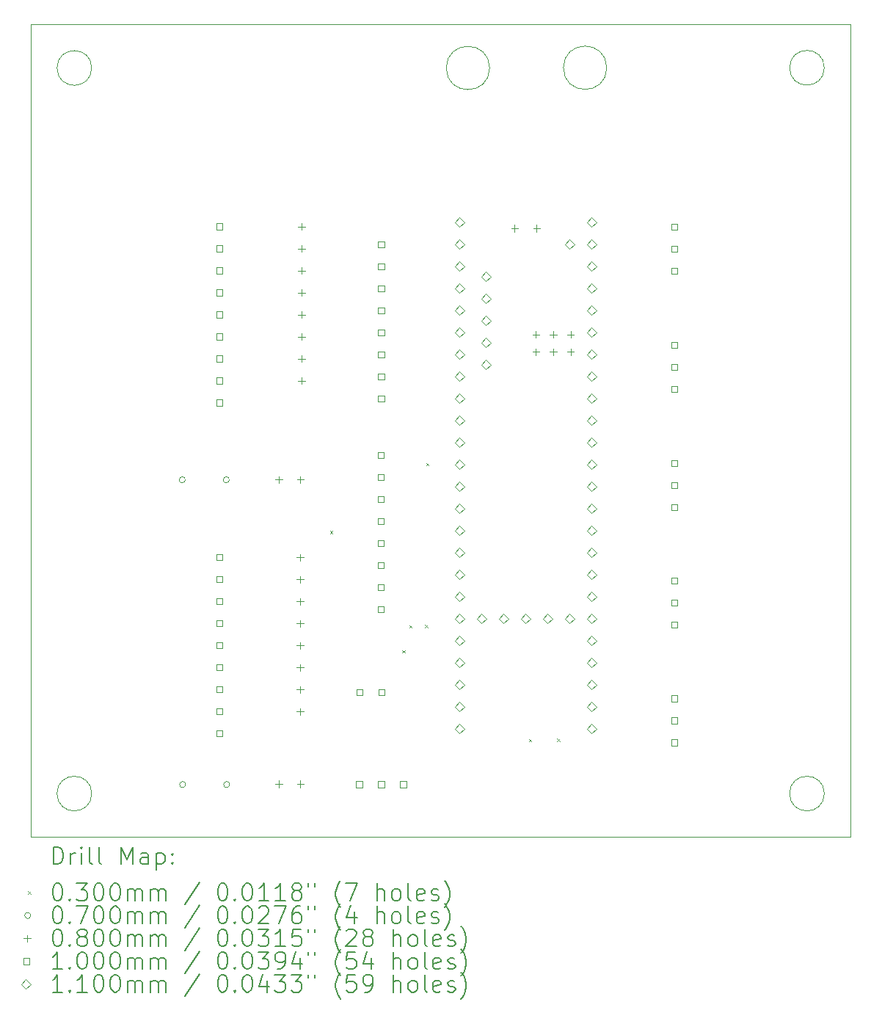
<source format=gbr>
%TF.GenerationSoftware,KiCad,Pcbnew,9.0.4*%
%TF.CreationDate,2025-09-25T22:35:42-06:00*%
%TF.ProjectId,Teensy_Controler,5465656e-7379-45f4-936f-6e74726f6c65,rev?*%
%TF.SameCoordinates,Original*%
%TF.FileFunction,Drillmap*%
%TF.FilePolarity,Positive*%
%FSLAX45Y45*%
G04 Gerber Fmt 4.5, Leading zero omitted, Abs format (unit mm)*
G04 Created by KiCad (PCBNEW 9.0.4) date 2025-09-25 22:35:42*
%MOMM*%
%LPD*%
G01*
G04 APERTURE LIST*
%ADD10C,0.050000*%
%ADD11C,0.200000*%
%ADD12C,0.100000*%
%ADD13C,0.110000*%
G04 APERTURE END LIST*
D10*
X15197900Y-4434840D02*
G75*
G02*
X14697900Y-4434840I-250000J0D01*
G01*
X14697900Y-4434840D02*
G75*
G02*
X15197900Y-4434840I250000J0D01*
G01*
X9255100Y-4437380D02*
G75*
G02*
X8855100Y-4437380I-200000J0D01*
G01*
X8855100Y-4437380D02*
G75*
G02*
X9255100Y-4437380I200000J0D01*
G01*
X17708220Y-12806680D02*
G75*
G02*
X17308220Y-12806680I-200000J0D01*
G01*
X17308220Y-12806680D02*
G75*
G02*
X17708220Y-12806680I200000J0D01*
G01*
X9255100Y-12806680D02*
G75*
G02*
X8855100Y-12806680I-200000J0D01*
G01*
X8855100Y-12806680D02*
G75*
G02*
X9255100Y-12806680I200000J0D01*
G01*
X8554720Y-3937000D02*
X18008600Y-3937000D01*
X18008600Y-13307060D01*
X8554720Y-13307060D01*
X8554720Y-3937000D01*
X13846620Y-4437380D02*
G75*
G02*
X13346620Y-4437380I-250000J0D01*
G01*
X13346620Y-4437380D02*
G75*
G02*
X13846620Y-4437380I250000J0D01*
G01*
X17708220Y-4434840D02*
G75*
G02*
X17308220Y-4434840I-200000J0D01*
G01*
X17308220Y-4434840D02*
G75*
G02*
X17708220Y-4434840I200000J0D01*
G01*
D11*
D12*
X12006820Y-9777780D02*
X12036820Y-9807780D01*
X12036820Y-9777780D02*
X12006820Y-9807780D01*
X12839940Y-11153380D02*
X12869940Y-11183380D01*
X12869940Y-11153380D02*
X12839940Y-11183380D01*
X12918680Y-10863820D02*
X12948680Y-10893820D01*
X12948680Y-10863820D02*
X12918680Y-10893820D01*
X13101560Y-10858740D02*
X13131560Y-10888740D01*
X13131560Y-10858740D02*
X13101560Y-10888740D01*
X13114260Y-8994380D02*
X13144260Y-9024380D01*
X13144260Y-8994380D02*
X13114260Y-9024380D01*
X14297900Y-12177000D02*
X14327900Y-12207000D01*
X14327900Y-12177000D02*
X14297900Y-12207000D01*
X14624290Y-12173190D02*
X14654290Y-12203190D01*
X14654290Y-12173190D02*
X14624290Y-12203190D01*
X10334700Y-9187180D02*
G75*
G02*
X10264700Y-9187180I-35000J0D01*
G01*
X10264700Y-9187180D02*
G75*
G02*
X10334700Y-9187180I35000J0D01*
G01*
X10339780Y-12702540D02*
G75*
G02*
X10269780Y-12702540I-35000J0D01*
G01*
X10269780Y-12702540D02*
G75*
G02*
X10339780Y-12702540I35000J0D01*
G01*
X10842700Y-9187180D02*
G75*
G02*
X10772700Y-9187180I-35000J0D01*
G01*
X10772700Y-9187180D02*
G75*
G02*
X10842700Y-9187180I35000J0D01*
G01*
X10847780Y-12702540D02*
G75*
G02*
X10777780Y-12702540I-35000J0D01*
G01*
X10777780Y-12702540D02*
G75*
G02*
X10847780Y-12702540I35000J0D01*
G01*
X11413680Y-9144640D02*
X11413680Y-9224640D01*
X11373680Y-9184640D02*
X11453680Y-9184640D01*
X11413680Y-12654920D02*
X11413680Y-12734920D01*
X11373680Y-12694920D02*
X11453680Y-12694920D01*
X11661140Y-10043800D02*
X11661140Y-10123800D01*
X11621140Y-10083800D02*
X11701140Y-10083800D01*
X11661140Y-10297800D02*
X11661140Y-10377800D01*
X11621140Y-10337800D02*
X11701140Y-10337800D01*
X11661140Y-10551800D02*
X11661140Y-10631800D01*
X11621140Y-10591800D02*
X11701140Y-10591800D01*
X11661140Y-10805800D02*
X11661140Y-10885800D01*
X11621140Y-10845800D02*
X11701140Y-10845800D01*
X11661140Y-11059800D02*
X11661140Y-11139800D01*
X11621140Y-11099800D02*
X11701140Y-11099800D01*
X11661140Y-11313800D02*
X11661140Y-11393800D01*
X11621140Y-11353800D02*
X11701140Y-11353800D01*
X11661140Y-11567800D02*
X11661140Y-11647800D01*
X11621140Y-11607800D02*
X11701140Y-11607800D01*
X11661140Y-11821800D02*
X11661140Y-11901800D01*
X11621140Y-11861800D02*
X11701140Y-11861800D01*
X11663680Y-9144640D02*
X11663680Y-9224640D01*
X11623680Y-9184640D02*
X11703680Y-9184640D01*
X11663680Y-12654920D02*
X11663680Y-12734920D01*
X11623680Y-12694920D02*
X11703680Y-12694920D01*
X11676380Y-6226180D02*
X11676380Y-6306180D01*
X11636380Y-6266180D02*
X11716380Y-6266180D01*
X11676380Y-6480180D02*
X11676380Y-6560180D01*
X11636380Y-6520180D02*
X11716380Y-6520180D01*
X11676380Y-6734180D02*
X11676380Y-6814180D01*
X11636380Y-6774180D02*
X11716380Y-6774180D01*
X11676380Y-6988180D02*
X11676380Y-7068180D01*
X11636380Y-7028180D02*
X11716380Y-7028180D01*
X11676380Y-7242180D02*
X11676380Y-7322180D01*
X11636380Y-7282180D02*
X11716380Y-7282180D01*
X11676380Y-7496180D02*
X11676380Y-7576180D01*
X11636380Y-7536180D02*
X11716380Y-7536180D01*
X11676380Y-7750180D02*
X11676380Y-7830180D01*
X11636380Y-7790180D02*
X11716380Y-7790180D01*
X11676380Y-8004180D02*
X11676380Y-8084180D01*
X11636380Y-8044180D02*
X11716380Y-8044180D01*
X14135100Y-6248380D02*
X14135100Y-6328380D01*
X14095100Y-6288380D02*
X14175100Y-6288380D01*
X14380260Y-7472380D02*
X14380260Y-7552380D01*
X14340260Y-7512380D02*
X14420260Y-7512380D01*
X14380260Y-7672380D02*
X14380260Y-7752380D01*
X14340260Y-7712380D02*
X14420260Y-7712380D01*
X14389100Y-6248380D02*
X14389100Y-6328380D01*
X14349100Y-6288380D02*
X14429100Y-6288380D01*
X14580260Y-7472380D02*
X14580260Y-7552380D01*
X14540260Y-7512380D02*
X14620260Y-7512380D01*
X14580260Y-7672380D02*
X14580260Y-7752380D01*
X14540260Y-7712380D02*
X14620260Y-7712380D01*
X14780260Y-7472380D02*
X14780260Y-7552380D01*
X14740260Y-7512380D02*
X14820260Y-7512380D01*
X14780260Y-7672380D02*
X14780260Y-7752380D01*
X14740260Y-7712380D02*
X14820260Y-7712380D01*
X10761776Y-6301536D02*
X10761776Y-6230824D01*
X10691064Y-6230824D01*
X10691064Y-6301536D01*
X10761776Y-6301536D01*
X10761776Y-6555536D02*
X10761776Y-6484824D01*
X10691064Y-6484824D01*
X10691064Y-6555536D01*
X10761776Y-6555536D01*
X10761776Y-6809536D02*
X10761776Y-6738824D01*
X10691064Y-6738824D01*
X10691064Y-6809536D01*
X10761776Y-6809536D01*
X10761776Y-7063536D02*
X10761776Y-6992824D01*
X10691064Y-6992824D01*
X10691064Y-7063536D01*
X10761776Y-7063536D01*
X10761776Y-7317536D02*
X10761776Y-7246824D01*
X10691064Y-7246824D01*
X10691064Y-7317536D01*
X10761776Y-7317536D01*
X10761776Y-7571536D02*
X10761776Y-7500824D01*
X10691064Y-7500824D01*
X10691064Y-7571536D01*
X10761776Y-7571536D01*
X10761776Y-7825536D02*
X10761776Y-7754824D01*
X10691064Y-7754824D01*
X10691064Y-7825536D01*
X10761776Y-7825536D01*
X10761776Y-8079536D02*
X10761776Y-8008824D01*
X10691064Y-8008824D01*
X10691064Y-8079536D01*
X10761776Y-8079536D01*
X10761776Y-8333536D02*
X10761776Y-8262824D01*
X10691064Y-8262824D01*
X10691064Y-8333536D01*
X10761776Y-8333536D01*
X10766856Y-10116616D02*
X10766856Y-10045904D01*
X10696144Y-10045904D01*
X10696144Y-10116616D01*
X10766856Y-10116616D01*
X10766856Y-10370616D02*
X10766856Y-10299904D01*
X10696144Y-10299904D01*
X10696144Y-10370616D01*
X10766856Y-10370616D01*
X10766856Y-10624616D02*
X10766856Y-10553904D01*
X10696144Y-10553904D01*
X10696144Y-10624616D01*
X10766856Y-10624616D01*
X10766856Y-10878616D02*
X10766856Y-10807904D01*
X10696144Y-10807904D01*
X10696144Y-10878616D01*
X10766856Y-10878616D01*
X10766856Y-11132616D02*
X10766856Y-11061904D01*
X10696144Y-11061904D01*
X10696144Y-11132616D01*
X10766856Y-11132616D01*
X10766856Y-11386616D02*
X10766856Y-11315904D01*
X10696144Y-11315904D01*
X10696144Y-11386616D01*
X10766856Y-11386616D01*
X10766856Y-11640616D02*
X10766856Y-11569904D01*
X10696144Y-11569904D01*
X10696144Y-11640616D01*
X10766856Y-11640616D01*
X10766856Y-11894616D02*
X10766856Y-11823904D01*
X10696144Y-11823904D01*
X10696144Y-11894616D01*
X10766856Y-11894616D01*
X10766856Y-12148616D02*
X10766856Y-12077904D01*
X10696144Y-12077904D01*
X10696144Y-12148616D01*
X10766856Y-12148616D01*
X12377216Y-12735356D02*
X12377216Y-12664644D01*
X12306504Y-12664644D01*
X12306504Y-12735356D01*
X12377216Y-12735356D01*
X12382296Y-11671096D02*
X12382296Y-11600384D01*
X12311584Y-11600384D01*
X12311584Y-11671096D01*
X12382296Y-11671096D01*
X12628676Y-8938056D02*
X12628676Y-8867344D01*
X12557964Y-8867344D01*
X12557964Y-8938056D01*
X12628676Y-8938056D01*
X12628676Y-9192056D02*
X12628676Y-9121344D01*
X12557964Y-9121344D01*
X12557964Y-9192056D01*
X12628676Y-9192056D01*
X12628676Y-9446056D02*
X12628676Y-9375344D01*
X12557964Y-9375344D01*
X12557964Y-9446056D01*
X12628676Y-9446056D01*
X12628676Y-9700056D02*
X12628676Y-9629344D01*
X12557964Y-9629344D01*
X12557964Y-9700056D01*
X12628676Y-9700056D01*
X12628676Y-9954056D02*
X12628676Y-9883344D01*
X12557964Y-9883344D01*
X12557964Y-9954056D01*
X12628676Y-9954056D01*
X12628676Y-10208056D02*
X12628676Y-10137344D01*
X12557964Y-10137344D01*
X12557964Y-10208056D01*
X12628676Y-10208056D01*
X12628676Y-10462056D02*
X12628676Y-10391344D01*
X12557964Y-10391344D01*
X12557964Y-10462056D01*
X12628676Y-10462056D01*
X12628676Y-10716056D02*
X12628676Y-10645344D01*
X12557964Y-10645344D01*
X12557964Y-10716056D01*
X12628676Y-10716056D01*
X12631216Y-6507276D02*
X12631216Y-6436564D01*
X12560504Y-6436564D01*
X12560504Y-6507276D01*
X12631216Y-6507276D01*
X12631216Y-6761276D02*
X12631216Y-6690564D01*
X12560504Y-6690564D01*
X12560504Y-6761276D01*
X12631216Y-6761276D01*
X12631216Y-7015276D02*
X12631216Y-6944564D01*
X12560504Y-6944564D01*
X12560504Y-7015276D01*
X12631216Y-7015276D01*
X12631216Y-7269276D02*
X12631216Y-7198564D01*
X12560504Y-7198564D01*
X12560504Y-7269276D01*
X12631216Y-7269276D01*
X12631216Y-7523276D02*
X12631216Y-7452564D01*
X12560504Y-7452564D01*
X12560504Y-7523276D01*
X12631216Y-7523276D01*
X12631216Y-7777276D02*
X12631216Y-7706564D01*
X12560504Y-7706564D01*
X12560504Y-7777276D01*
X12631216Y-7777276D01*
X12631216Y-8031276D02*
X12631216Y-7960564D01*
X12560504Y-7960564D01*
X12560504Y-8031276D01*
X12631216Y-8031276D01*
X12631216Y-8285276D02*
X12631216Y-8214564D01*
X12560504Y-8214564D01*
X12560504Y-8285276D01*
X12631216Y-8285276D01*
X12631216Y-12735356D02*
X12631216Y-12664644D01*
X12560504Y-12664644D01*
X12560504Y-12735356D01*
X12631216Y-12735356D01*
X12636296Y-11671096D02*
X12636296Y-11600384D01*
X12565584Y-11600384D01*
X12565584Y-11671096D01*
X12636296Y-11671096D01*
X12885216Y-12735356D02*
X12885216Y-12664644D01*
X12814504Y-12664644D01*
X12814504Y-12735356D01*
X12885216Y-12735356D01*
X16011956Y-10385856D02*
X16011956Y-10315144D01*
X15941244Y-10315144D01*
X15941244Y-10385856D01*
X16011956Y-10385856D01*
X16011956Y-10639856D02*
X16011956Y-10569144D01*
X15941244Y-10569144D01*
X15941244Y-10639856D01*
X16011956Y-10639856D01*
X16011956Y-10893856D02*
X16011956Y-10823144D01*
X15941244Y-10823144D01*
X15941244Y-10893856D01*
X16011956Y-10893856D01*
X16011956Y-11744756D02*
X16011956Y-11674044D01*
X15941244Y-11674044D01*
X15941244Y-11744756D01*
X16011956Y-11744756D01*
X16011956Y-11998756D02*
X16011956Y-11928044D01*
X15941244Y-11928044D01*
X15941244Y-11998756D01*
X16011956Y-11998756D01*
X16011956Y-12252756D02*
X16011956Y-12182044D01*
X15941244Y-12182044D01*
X15941244Y-12252756D01*
X16011956Y-12252756D01*
X16014496Y-6304076D02*
X16014496Y-6233364D01*
X15943784Y-6233364D01*
X15943784Y-6304076D01*
X16014496Y-6304076D01*
X16014496Y-6558076D02*
X16014496Y-6487364D01*
X15943784Y-6487364D01*
X15943784Y-6558076D01*
X16014496Y-6558076D01*
X16014496Y-6812076D02*
X16014496Y-6741364D01*
X15943784Y-6741364D01*
X15943784Y-6812076D01*
X16014496Y-6812076D01*
X16014496Y-7668056D02*
X16014496Y-7597344D01*
X15943784Y-7597344D01*
X15943784Y-7668056D01*
X16014496Y-7668056D01*
X16014496Y-7922056D02*
X16014496Y-7851344D01*
X15943784Y-7851344D01*
X15943784Y-7922056D01*
X16014496Y-7922056D01*
X16014496Y-8176056D02*
X16014496Y-8105344D01*
X15943784Y-8105344D01*
X15943784Y-8176056D01*
X16014496Y-8176056D01*
X16014496Y-9029496D02*
X16014496Y-8958784D01*
X15943784Y-8958784D01*
X15943784Y-9029496D01*
X16014496Y-9029496D01*
X16014496Y-9283496D02*
X16014496Y-9212784D01*
X15943784Y-9212784D01*
X15943784Y-9283496D01*
X16014496Y-9283496D01*
X16014496Y-9537496D02*
X16014496Y-9466784D01*
X15943784Y-9466784D01*
X15943784Y-9537496D01*
X16014496Y-9537496D01*
D13*
X13500100Y-6270380D02*
X13555100Y-6215380D01*
X13500100Y-6160380D01*
X13445100Y-6215380D01*
X13500100Y-6270380D01*
X13500100Y-6524380D02*
X13555100Y-6469380D01*
X13500100Y-6414380D01*
X13445100Y-6469380D01*
X13500100Y-6524380D01*
X13500100Y-6778380D02*
X13555100Y-6723380D01*
X13500100Y-6668380D01*
X13445100Y-6723380D01*
X13500100Y-6778380D01*
X13500100Y-7032380D02*
X13555100Y-6977380D01*
X13500100Y-6922380D01*
X13445100Y-6977380D01*
X13500100Y-7032380D01*
X13500100Y-7286380D02*
X13555100Y-7231380D01*
X13500100Y-7176380D01*
X13445100Y-7231380D01*
X13500100Y-7286380D01*
X13500100Y-7540380D02*
X13555100Y-7485380D01*
X13500100Y-7430380D01*
X13445100Y-7485380D01*
X13500100Y-7540380D01*
X13500100Y-7794380D02*
X13555100Y-7739380D01*
X13500100Y-7684380D01*
X13445100Y-7739380D01*
X13500100Y-7794380D01*
X13500100Y-8048380D02*
X13555100Y-7993380D01*
X13500100Y-7938380D01*
X13445100Y-7993380D01*
X13500100Y-8048380D01*
X13500100Y-8302380D02*
X13555100Y-8247380D01*
X13500100Y-8192380D01*
X13445100Y-8247380D01*
X13500100Y-8302380D01*
X13500100Y-8556380D02*
X13555100Y-8501380D01*
X13500100Y-8446380D01*
X13445100Y-8501380D01*
X13500100Y-8556380D01*
X13500100Y-8810380D02*
X13555100Y-8755380D01*
X13500100Y-8700380D01*
X13445100Y-8755380D01*
X13500100Y-8810380D01*
X13500100Y-9064380D02*
X13555100Y-9009380D01*
X13500100Y-8954380D01*
X13445100Y-9009380D01*
X13500100Y-9064380D01*
X13500100Y-9318380D02*
X13555100Y-9263380D01*
X13500100Y-9208380D01*
X13445100Y-9263380D01*
X13500100Y-9318380D01*
X13500100Y-9572380D02*
X13555100Y-9517380D01*
X13500100Y-9462380D01*
X13445100Y-9517380D01*
X13500100Y-9572380D01*
X13500100Y-9826380D02*
X13555100Y-9771380D01*
X13500100Y-9716380D01*
X13445100Y-9771380D01*
X13500100Y-9826380D01*
X13500100Y-10080380D02*
X13555100Y-10025380D01*
X13500100Y-9970380D01*
X13445100Y-10025380D01*
X13500100Y-10080380D01*
X13500100Y-10334380D02*
X13555100Y-10279380D01*
X13500100Y-10224380D01*
X13445100Y-10279380D01*
X13500100Y-10334380D01*
X13500100Y-10588380D02*
X13555100Y-10533380D01*
X13500100Y-10478380D01*
X13445100Y-10533380D01*
X13500100Y-10588380D01*
X13500100Y-10842380D02*
X13555100Y-10787380D01*
X13500100Y-10732380D01*
X13445100Y-10787380D01*
X13500100Y-10842380D01*
X13500100Y-11096380D02*
X13555100Y-11041380D01*
X13500100Y-10986380D01*
X13445100Y-11041380D01*
X13500100Y-11096380D01*
X13500100Y-11350380D02*
X13555100Y-11295380D01*
X13500100Y-11240380D01*
X13445100Y-11295380D01*
X13500100Y-11350380D01*
X13500100Y-11604380D02*
X13555100Y-11549380D01*
X13500100Y-11494380D01*
X13445100Y-11549380D01*
X13500100Y-11604380D01*
X13500100Y-11858380D02*
X13555100Y-11803380D01*
X13500100Y-11748380D01*
X13445100Y-11803380D01*
X13500100Y-11858380D01*
X13500100Y-12112380D02*
X13555100Y-12057380D01*
X13500100Y-12002380D01*
X13445100Y-12057380D01*
X13500100Y-12112380D01*
X13754100Y-10842380D02*
X13809100Y-10787380D01*
X13754100Y-10732380D01*
X13699100Y-10787380D01*
X13754100Y-10842380D01*
X13805180Y-6900300D02*
X13860180Y-6845300D01*
X13805180Y-6790300D01*
X13750180Y-6845300D01*
X13805180Y-6900300D01*
X13805180Y-7154300D02*
X13860180Y-7099300D01*
X13805180Y-7044300D01*
X13750180Y-7099300D01*
X13805180Y-7154300D01*
X13805180Y-7408300D02*
X13860180Y-7353300D01*
X13805180Y-7298300D01*
X13750180Y-7353300D01*
X13805180Y-7408300D01*
X13805180Y-7662300D02*
X13860180Y-7607300D01*
X13805180Y-7552300D01*
X13750180Y-7607300D01*
X13805180Y-7662300D01*
X13805180Y-7916300D02*
X13860180Y-7861300D01*
X13805180Y-7806300D01*
X13750180Y-7861300D01*
X13805180Y-7916300D01*
X14008100Y-10842380D02*
X14063100Y-10787380D01*
X14008100Y-10732380D01*
X13953100Y-10787380D01*
X14008100Y-10842380D01*
X14262100Y-10842380D02*
X14317100Y-10787380D01*
X14262100Y-10732380D01*
X14207100Y-10787380D01*
X14262100Y-10842380D01*
X14516100Y-10842380D02*
X14571100Y-10787380D01*
X14516100Y-10732380D01*
X14461100Y-10787380D01*
X14516100Y-10842380D01*
X14770100Y-6524380D02*
X14825100Y-6469380D01*
X14770100Y-6414380D01*
X14715100Y-6469380D01*
X14770100Y-6524380D01*
X14770100Y-10842380D02*
X14825100Y-10787380D01*
X14770100Y-10732380D01*
X14715100Y-10787380D01*
X14770100Y-10842380D01*
X15024100Y-6270380D02*
X15079100Y-6215380D01*
X15024100Y-6160380D01*
X14969100Y-6215380D01*
X15024100Y-6270380D01*
X15024100Y-6524380D02*
X15079100Y-6469380D01*
X15024100Y-6414380D01*
X14969100Y-6469380D01*
X15024100Y-6524380D01*
X15024100Y-6778380D02*
X15079100Y-6723380D01*
X15024100Y-6668380D01*
X14969100Y-6723380D01*
X15024100Y-6778380D01*
X15024100Y-7032380D02*
X15079100Y-6977380D01*
X15024100Y-6922380D01*
X14969100Y-6977380D01*
X15024100Y-7032380D01*
X15024100Y-7286380D02*
X15079100Y-7231380D01*
X15024100Y-7176380D01*
X14969100Y-7231380D01*
X15024100Y-7286380D01*
X15024100Y-7540380D02*
X15079100Y-7485380D01*
X15024100Y-7430380D01*
X14969100Y-7485380D01*
X15024100Y-7540380D01*
X15024100Y-7794380D02*
X15079100Y-7739380D01*
X15024100Y-7684380D01*
X14969100Y-7739380D01*
X15024100Y-7794380D01*
X15024100Y-8048380D02*
X15079100Y-7993380D01*
X15024100Y-7938380D01*
X14969100Y-7993380D01*
X15024100Y-8048380D01*
X15024100Y-8302380D02*
X15079100Y-8247380D01*
X15024100Y-8192380D01*
X14969100Y-8247380D01*
X15024100Y-8302380D01*
X15024100Y-8556380D02*
X15079100Y-8501380D01*
X15024100Y-8446380D01*
X14969100Y-8501380D01*
X15024100Y-8556380D01*
X15024100Y-8810380D02*
X15079100Y-8755380D01*
X15024100Y-8700380D01*
X14969100Y-8755380D01*
X15024100Y-8810380D01*
X15024100Y-9064380D02*
X15079100Y-9009380D01*
X15024100Y-8954380D01*
X14969100Y-9009380D01*
X15024100Y-9064380D01*
X15024100Y-9318380D02*
X15079100Y-9263380D01*
X15024100Y-9208380D01*
X14969100Y-9263380D01*
X15024100Y-9318380D01*
X15024100Y-9572380D02*
X15079100Y-9517380D01*
X15024100Y-9462380D01*
X14969100Y-9517380D01*
X15024100Y-9572380D01*
X15024100Y-9826380D02*
X15079100Y-9771380D01*
X15024100Y-9716380D01*
X14969100Y-9771380D01*
X15024100Y-9826380D01*
X15024100Y-10080380D02*
X15079100Y-10025380D01*
X15024100Y-9970380D01*
X14969100Y-10025380D01*
X15024100Y-10080380D01*
X15024100Y-10334380D02*
X15079100Y-10279380D01*
X15024100Y-10224380D01*
X14969100Y-10279380D01*
X15024100Y-10334380D01*
X15024100Y-10588380D02*
X15079100Y-10533380D01*
X15024100Y-10478380D01*
X14969100Y-10533380D01*
X15024100Y-10588380D01*
X15024100Y-10842380D02*
X15079100Y-10787380D01*
X15024100Y-10732380D01*
X14969100Y-10787380D01*
X15024100Y-10842380D01*
X15024100Y-11096380D02*
X15079100Y-11041380D01*
X15024100Y-10986380D01*
X14969100Y-11041380D01*
X15024100Y-11096380D01*
X15024100Y-11350380D02*
X15079100Y-11295380D01*
X15024100Y-11240380D01*
X14969100Y-11295380D01*
X15024100Y-11350380D01*
X15024100Y-11604380D02*
X15079100Y-11549380D01*
X15024100Y-11494380D01*
X14969100Y-11549380D01*
X15024100Y-11604380D01*
X15024100Y-11858380D02*
X15079100Y-11803380D01*
X15024100Y-11748380D01*
X14969100Y-11803380D01*
X15024100Y-11858380D01*
X15024100Y-12112380D02*
X15079100Y-12057380D01*
X15024100Y-12002380D01*
X14969100Y-12057380D01*
X15024100Y-12112380D01*
D11*
X8812997Y-13621044D02*
X8812997Y-13421044D01*
X8812997Y-13421044D02*
X8860616Y-13421044D01*
X8860616Y-13421044D02*
X8889187Y-13430568D01*
X8889187Y-13430568D02*
X8908235Y-13449615D01*
X8908235Y-13449615D02*
X8917759Y-13468663D01*
X8917759Y-13468663D02*
X8927283Y-13506758D01*
X8927283Y-13506758D02*
X8927283Y-13535329D01*
X8927283Y-13535329D02*
X8917759Y-13573425D01*
X8917759Y-13573425D02*
X8908235Y-13592472D01*
X8908235Y-13592472D02*
X8889187Y-13611520D01*
X8889187Y-13611520D02*
X8860616Y-13621044D01*
X8860616Y-13621044D02*
X8812997Y-13621044D01*
X9012997Y-13621044D02*
X9012997Y-13487710D01*
X9012997Y-13525806D02*
X9022521Y-13506758D01*
X9022521Y-13506758D02*
X9032044Y-13497234D01*
X9032044Y-13497234D02*
X9051092Y-13487710D01*
X9051092Y-13487710D02*
X9070140Y-13487710D01*
X9136806Y-13621044D02*
X9136806Y-13487710D01*
X9136806Y-13421044D02*
X9127283Y-13430568D01*
X9127283Y-13430568D02*
X9136806Y-13440091D01*
X9136806Y-13440091D02*
X9146330Y-13430568D01*
X9146330Y-13430568D02*
X9136806Y-13421044D01*
X9136806Y-13421044D02*
X9136806Y-13440091D01*
X9260616Y-13621044D02*
X9241568Y-13611520D01*
X9241568Y-13611520D02*
X9232044Y-13592472D01*
X9232044Y-13592472D02*
X9232044Y-13421044D01*
X9365378Y-13621044D02*
X9346330Y-13611520D01*
X9346330Y-13611520D02*
X9336806Y-13592472D01*
X9336806Y-13592472D02*
X9336806Y-13421044D01*
X9593949Y-13621044D02*
X9593949Y-13421044D01*
X9593949Y-13421044D02*
X9660616Y-13563901D01*
X9660616Y-13563901D02*
X9727283Y-13421044D01*
X9727283Y-13421044D02*
X9727283Y-13621044D01*
X9908235Y-13621044D02*
X9908235Y-13516282D01*
X9908235Y-13516282D02*
X9898711Y-13497234D01*
X9898711Y-13497234D02*
X9879664Y-13487710D01*
X9879664Y-13487710D02*
X9841568Y-13487710D01*
X9841568Y-13487710D02*
X9822521Y-13497234D01*
X9908235Y-13611520D02*
X9889187Y-13621044D01*
X9889187Y-13621044D02*
X9841568Y-13621044D01*
X9841568Y-13621044D02*
X9822521Y-13611520D01*
X9822521Y-13611520D02*
X9812997Y-13592472D01*
X9812997Y-13592472D02*
X9812997Y-13573425D01*
X9812997Y-13573425D02*
X9822521Y-13554377D01*
X9822521Y-13554377D02*
X9841568Y-13544853D01*
X9841568Y-13544853D02*
X9889187Y-13544853D01*
X9889187Y-13544853D02*
X9908235Y-13535329D01*
X10003473Y-13487710D02*
X10003473Y-13687710D01*
X10003473Y-13497234D02*
X10022521Y-13487710D01*
X10022521Y-13487710D02*
X10060616Y-13487710D01*
X10060616Y-13487710D02*
X10079664Y-13497234D01*
X10079664Y-13497234D02*
X10089187Y-13506758D01*
X10089187Y-13506758D02*
X10098711Y-13525806D01*
X10098711Y-13525806D02*
X10098711Y-13582948D01*
X10098711Y-13582948D02*
X10089187Y-13601996D01*
X10089187Y-13601996D02*
X10079664Y-13611520D01*
X10079664Y-13611520D02*
X10060616Y-13621044D01*
X10060616Y-13621044D02*
X10022521Y-13621044D01*
X10022521Y-13621044D02*
X10003473Y-13611520D01*
X10184425Y-13601996D02*
X10193949Y-13611520D01*
X10193949Y-13611520D02*
X10184425Y-13621044D01*
X10184425Y-13621044D02*
X10174902Y-13611520D01*
X10174902Y-13611520D02*
X10184425Y-13601996D01*
X10184425Y-13601996D02*
X10184425Y-13621044D01*
X10184425Y-13497234D02*
X10193949Y-13506758D01*
X10193949Y-13506758D02*
X10184425Y-13516282D01*
X10184425Y-13516282D02*
X10174902Y-13506758D01*
X10174902Y-13506758D02*
X10184425Y-13497234D01*
X10184425Y-13497234D02*
X10184425Y-13516282D01*
D12*
X8522220Y-13934560D02*
X8552220Y-13964560D01*
X8552220Y-13934560D02*
X8522220Y-13964560D01*
D11*
X8851092Y-13841044D02*
X8870140Y-13841044D01*
X8870140Y-13841044D02*
X8889187Y-13850568D01*
X8889187Y-13850568D02*
X8898711Y-13860091D01*
X8898711Y-13860091D02*
X8908235Y-13879139D01*
X8908235Y-13879139D02*
X8917759Y-13917234D01*
X8917759Y-13917234D02*
X8917759Y-13964853D01*
X8917759Y-13964853D02*
X8908235Y-14002948D01*
X8908235Y-14002948D02*
X8898711Y-14021996D01*
X8898711Y-14021996D02*
X8889187Y-14031520D01*
X8889187Y-14031520D02*
X8870140Y-14041044D01*
X8870140Y-14041044D02*
X8851092Y-14041044D01*
X8851092Y-14041044D02*
X8832044Y-14031520D01*
X8832044Y-14031520D02*
X8822521Y-14021996D01*
X8822521Y-14021996D02*
X8812997Y-14002948D01*
X8812997Y-14002948D02*
X8803473Y-13964853D01*
X8803473Y-13964853D02*
X8803473Y-13917234D01*
X8803473Y-13917234D02*
X8812997Y-13879139D01*
X8812997Y-13879139D02*
X8822521Y-13860091D01*
X8822521Y-13860091D02*
X8832044Y-13850568D01*
X8832044Y-13850568D02*
X8851092Y-13841044D01*
X9003473Y-14021996D02*
X9012997Y-14031520D01*
X9012997Y-14031520D02*
X9003473Y-14041044D01*
X9003473Y-14041044D02*
X8993949Y-14031520D01*
X8993949Y-14031520D02*
X9003473Y-14021996D01*
X9003473Y-14021996D02*
X9003473Y-14041044D01*
X9079664Y-13841044D02*
X9203473Y-13841044D01*
X9203473Y-13841044D02*
X9136806Y-13917234D01*
X9136806Y-13917234D02*
X9165378Y-13917234D01*
X9165378Y-13917234D02*
X9184425Y-13926758D01*
X9184425Y-13926758D02*
X9193949Y-13936282D01*
X9193949Y-13936282D02*
X9203473Y-13955329D01*
X9203473Y-13955329D02*
X9203473Y-14002948D01*
X9203473Y-14002948D02*
X9193949Y-14021996D01*
X9193949Y-14021996D02*
X9184425Y-14031520D01*
X9184425Y-14031520D02*
X9165378Y-14041044D01*
X9165378Y-14041044D02*
X9108235Y-14041044D01*
X9108235Y-14041044D02*
X9089187Y-14031520D01*
X9089187Y-14031520D02*
X9079664Y-14021996D01*
X9327283Y-13841044D02*
X9346330Y-13841044D01*
X9346330Y-13841044D02*
X9365378Y-13850568D01*
X9365378Y-13850568D02*
X9374902Y-13860091D01*
X9374902Y-13860091D02*
X9384425Y-13879139D01*
X9384425Y-13879139D02*
X9393949Y-13917234D01*
X9393949Y-13917234D02*
X9393949Y-13964853D01*
X9393949Y-13964853D02*
X9384425Y-14002948D01*
X9384425Y-14002948D02*
X9374902Y-14021996D01*
X9374902Y-14021996D02*
X9365378Y-14031520D01*
X9365378Y-14031520D02*
X9346330Y-14041044D01*
X9346330Y-14041044D02*
X9327283Y-14041044D01*
X9327283Y-14041044D02*
X9308235Y-14031520D01*
X9308235Y-14031520D02*
X9298711Y-14021996D01*
X9298711Y-14021996D02*
X9289187Y-14002948D01*
X9289187Y-14002948D02*
X9279664Y-13964853D01*
X9279664Y-13964853D02*
X9279664Y-13917234D01*
X9279664Y-13917234D02*
X9289187Y-13879139D01*
X9289187Y-13879139D02*
X9298711Y-13860091D01*
X9298711Y-13860091D02*
X9308235Y-13850568D01*
X9308235Y-13850568D02*
X9327283Y-13841044D01*
X9517759Y-13841044D02*
X9536806Y-13841044D01*
X9536806Y-13841044D02*
X9555854Y-13850568D01*
X9555854Y-13850568D02*
X9565378Y-13860091D01*
X9565378Y-13860091D02*
X9574902Y-13879139D01*
X9574902Y-13879139D02*
X9584425Y-13917234D01*
X9584425Y-13917234D02*
X9584425Y-13964853D01*
X9584425Y-13964853D02*
X9574902Y-14002948D01*
X9574902Y-14002948D02*
X9565378Y-14021996D01*
X9565378Y-14021996D02*
X9555854Y-14031520D01*
X9555854Y-14031520D02*
X9536806Y-14041044D01*
X9536806Y-14041044D02*
X9517759Y-14041044D01*
X9517759Y-14041044D02*
X9498711Y-14031520D01*
X9498711Y-14031520D02*
X9489187Y-14021996D01*
X9489187Y-14021996D02*
X9479664Y-14002948D01*
X9479664Y-14002948D02*
X9470140Y-13964853D01*
X9470140Y-13964853D02*
X9470140Y-13917234D01*
X9470140Y-13917234D02*
X9479664Y-13879139D01*
X9479664Y-13879139D02*
X9489187Y-13860091D01*
X9489187Y-13860091D02*
X9498711Y-13850568D01*
X9498711Y-13850568D02*
X9517759Y-13841044D01*
X9670140Y-14041044D02*
X9670140Y-13907710D01*
X9670140Y-13926758D02*
X9679664Y-13917234D01*
X9679664Y-13917234D02*
X9698711Y-13907710D01*
X9698711Y-13907710D02*
X9727283Y-13907710D01*
X9727283Y-13907710D02*
X9746330Y-13917234D01*
X9746330Y-13917234D02*
X9755854Y-13936282D01*
X9755854Y-13936282D02*
X9755854Y-14041044D01*
X9755854Y-13936282D02*
X9765378Y-13917234D01*
X9765378Y-13917234D02*
X9784425Y-13907710D01*
X9784425Y-13907710D02*
X9812997Y-13907710D01*
X9812997Y-13907710D02*
X9832045Y-13917234D01*
X9832045Y-13917234D02*
X9841568Y-13936282D01*
X9841568Y-13936282D02*
X9841568Y-14041044D01*
X9936806Y-14041044D02*
X9936806Y-13907710D01*
X9936806Y-13926758D02*
X9946330Y-13917234D01*
X9946330Y-13917234D02*
X9965378Y-13907710D01*
X9965378Y-13907710D02*
X9993949Y-13907710D01*
X9993949Y-13907710D02*
X10012997Y-13917234D01*
X10012997Y-13917234D02*
X10022521Y-13936282D01*
X10022521Y-13936282D02*
X10022521Y-14041044D01*
X10022521Y-13936282D02*
X10032045Y-13917234D01*
X10032045Y-13917234D02*
X10051092Y-13907710D01*
X10051092Y-13907710D02*
X10079664Y-13907710D01*
X10079664Y-13907710D02*
X10098711Y-13917234D01*
X10098711Y-13917234D02*
X10108235Y-13936282D01*
X10108235Y-13936282D02*
X10108235Y-14041044D01*
X10498711Y-13831520D02*
X10327283Y-14088663D01*
X10755854Y-13841044D02*
X10774902Y-13841044D01*
X10774902Y-13841044D02*
X10793949Y-13850568D01*
X10793949Y-13850568D02*
X10803473Y-13860091D01*
X10803473Y-13860091D02*
X10812997Y-13879139D01*
X10812997Y-13879139D02*
X10822521Y-13917234D01*
X10822521Y-13917234D02*
X10822521Y-13964853D01*
X10822521Y-13964853D02*
X10812997Y-14002948D01*
X10812997Y-14002948D02*
X10803473Y-14021996D01*
X10803473Y-14021996D02*
X10793949Y-14031520D01*
X10793949Y-14031520D02*
X10774902Y-14041044D01*
X10774902Y-14041044D02*
X10755854Y-14041044D01*
X10755854Y-14041044D02*
X10736807Y-14031520D01*
X10736807Y-14031520D02*
X10727283Y-14021996D01*
X10727283Y-14021996D02*
X10717759Y-14002948D01*
X10717759Y-14002948D02*
X10708235Y-13964853D01*
X10708235Y-13964853D02*
X10708235Y-13917234D01*
X10708235Y-13917234D02*
X10717759Y-13879139D01*
X10717759Y-13879139D02*
X10727283Y-13860091D01*
X10727283Y-13860091D02*
X10736807Y-13850568D01*
X10736807Y-13850568D02*
X10755854Y-13841044D01*
X10908235Y-14021996D02*
X10917759Y-14031520D01*
X10917759Y-14031520D02*
X10908235Y-14041044D01*
X10908235Y-14041044D02*
X10898711Y-14031520D01*
X10898711Y-14031520D02*
X10908235Y-14021996D01*
X10908235Y-14021996D02*
X10908235Y-14041044D01*
X11041568Y-13841044D02*
X11060616Y-13841044D01*
X11060616Y-13841044D02*
X11079664Y-13850568D01*
X11079664Y-13850568D02*
X11089188Y-13860091D01*
X11089188Y-13860091D02*
X11098711Y-13879139D01*
X11098711Y-13879139D02*
X11108235Y-13917234D01*
X11108235Y-13917234D02*
X11108235Y-13964853D01*
X11108235Y-13964853D02*
X11098711Y-14002948D01*
X11098711Y-14002948D02*
X11089188Y-14021996D01*
X11089188Y-14021996D02*
X11079664Y-14031520D01*
X11079664Y-14031520D02*
X11060616Y-14041044D01*
X11060616Y-14041044D02*
X11041568Y-14041044D01*
X11041568Y-14041044D02*
X11022521Y-14031520D01*
X11022521Y-14031520D02*
X11012997Y-14021996D01*
X11012997Y-14021996D02*
X11003473Y-14002948D01*
X11003473Y-14002948D02*
X10993949Y-13964853D01*
X10993949Y-13964853D02*
X10993949Y-13917234D01*
X10993949Y-13917234D02*
X11003473Y-13879139D01*
X11003473Y-13879139D02*
X11012997Y-13860091D01*
X11012997Y-13860091D02*
X11022521Y-13850568D01*
X11022521Y-13850568D02*
X11041568Y-13841044D01*
X11298711Y-14041044D02*
X11184426Y-14041044D01*
X11241568Y-14041044D02*
X11241568Y-13841044D01*
X11241568Y-13841044D02*
X11222521Y-13869615D01*
X11222521Y-13869615D02*
X11203473Y-13888663D01*
X11203473Y-13888663D02*
X11184426Y-13898187D01*
X11489187Y-14041044D02*
X11374902Y-14041044D01*
X11432045Y-14041044D02*
X11432045Y-13841044D01*
X11432045Y-13841044D02*
X11412997Y-13869615D01*
X11412997Y-13869615D02*
X11393949Y-13888663D01*
X11393949Y-13888663D02*
X11374902Y-13898187D01*
X11603473Y-13926758D02*
X11584426Y-13917234D01*
X11584426Y-13917234D02*
X11574902Y-13907710D01*
X11574902Y-13907710D02*
X11565378Y-13888663D01*
X11565378Y-13888663D02*
X11565378Y-13879139D01*
X11565378Y-13879139D02*
X11574902Y-13860091D01*
X11574902Y-13860091D02*
X11584426Y-13850568D01*
X11584426Y-13850568D02*
X11603473Y-13841044D01*
X11603473Y-13841044D02*
X11641568Y-13841044D01*
X11641568Y-13841044D02*
X11660616Y-13850568D01*
X11660616Y-13850568D02*
X11670140Y-13860091D01*
X11670140Y-13860091D02*
X11679664Y-13879139D01*
X11679664Y-13879139D02*
X11679664Y-13888663D01*
X11679664Y-13888663D02*
X11670140Y-13907710D01*
X11670140Y-13907710D02*
X11660616Y-13917234D01*
X11660616Y-13917234D02*
X11641568Y-13926758D01*
X11641568Y-13926758D02*
X11603473Y-13926758D01*
X11603473Y-13926758D02*
X11584426Y-13936282D01*
X11584426Y-13936282D02*
X11574902Y-13945806D01*
X11574902Y-13945806D02*
X11565378Y-13964853D01*
X11565378Y-13964853D02*
X11565378Y-14002948D01*
X11565378Y-14002948D02*
X11574902Y-14021996D01*
X11574902Y-14021996D02*
X11584426Y-14031520D01*
X11584426Y-14031520D02*
X11603473Y-14041044D01*
X11603473Y-14041044D02*
X11641568Y-14041044D01*
X11641568Y-14041044D02*
X11660616Y-14031520D01*
X11660616Y-14031520D02*
X11670140Y-14021996D01*
X11670140Y-14021996D02*
X11679664Y-14002948D01*
X11679664Y-14002948D02*
X11679664Y-13964853D01*
X11679664Y-13964853D02*
X11670140Y-13945806D01*
X11670140Y-13945806D02*
X11660616Y-13936282D01*
X11660616Y-13936282D02*
X11641568Y-13926758D01*
X11755854Y-13841044D02*
X11755854Y-13879139D01*
X11832045Y-13841044D02*
X11832045Y-13879139D01*
X12127283Y-14117234D02*
X12117759Y-14107710D01*
X12117759Y-14107710D02*
X12098711Y-14079139D01*
X12098711Y-14079139D02*
X12089188Y-14060091D01*
X12089188Y-14060091D02*
X12079664Y-14031520D01*
X12079664Y-14031520D02*
X12070140Y-13983901D01*
X12070140Y-13983901D02*
X12070140Y-13945806D01*
X12070140Y-13945806D02*
X12079664Y-13898187D01*
X12079664Y-13898187D02*
X12089188Y-13869615D01*
X12089188Y-13869615D02*
X12098711Y-13850568D01*
X12098711Y-13850568D02*
X12117759Y-13821996D01*
X12117759Y-13821996D02*
X12127283Y-13812472D01*
X12184426Y-13841044D02*
X12317759Y-13841044D01*
X12317759Y-13841044D02*
X12232045Y-14041044D01*
X12546330Y-14041044D02*
X12546330Y-13841044D01*
X12632045Y-14041044D02*
X12632045Y-13936282D01*
X12632045Y-13936282D02*
X12622521Y-13917234D01*
X12622521Y-13917234D02*
X12603473Y-13907710D01*
X12603473Y-13907710D02*
X12574902Y-13907710D01*
X12574902Y-13907710D02*
X12555854Y-13917234D01*
X12555854Y-13917234D02*
X12546330Y-13926758D01*
X12755854Y-14041044D02*
X12736807Y-14031520D01*
X12736807Y-14031520D02*
X12727283Y-14021996D01*
X12727283Y-14021996D02*
X12717759Y-14002948D01*
X12717759Y-14002948D02*
X12717759Y-13945806D01*
X12717759Y-13945806D02*
X12727283Y-13926758D01*
X12727283Y-13926758D02*
X12736807Y-13917234D01*
X12736807Y-13917234D02*
X12755854Y-13907710D01*
X12755854Y-13907710D02*
X12784426Y-13907710D01*
X12784426Y-13907710D02*
X12803473Y-13917234D01*
X12803473Y-13917234D02*
X12812997Y-13926758D01*
X12812997Y-13926758D02*
X12822521Y-13945806D01*
X12822521Y-13945806D02*
X12822521Y-14002948D01*
X12822521Y-14002948D02*
X12812997Y-14021996D01*
X12812997Y-14021996D02*
X12803473Y-14031520D01*
X12803473Y-14031520D02*
X12784426Y-14041044D01*
X12784426Y-14041044D02*
X12755854Y-14041044D01*
X12936807Y-14041044D02*
X12917759Y-14031520D01*
X12917759Y-14031520D02*
X12908235Y-14012472D01*
X12908235Y-14012472D02*
X12908235Y-13841044D01*
X13089188Y-14031520D02*
X13070140Y-14041044D01*
X13070140Y-14041044D02*
X13032045Y-14041044D01*
X13032045Y-14041044D02*
X13012997Y-14031520D01*
X13012997Y-14031520D02*
X13003473Y-14012472D01*
X13003473Y-14012472D02*
X13003473Y-13936282D01*
X13003473Y-13936282D02*
X13012997Y-13917234D01*
X13012997Y-13917234D02*
X13032045Y-13907710D01*
X13032045Y-13907710D02*
X13070140Y-13907710D01*
X13070140Y-13907710D02*
X13089188Y-13917234D01*
X13089188Y-13917234D02*
X13098711Y-13936282D01*
X13098711Y-13936282D02*
X13098711Y-13955329D01*
X13098711Y-13955329D02*
X13003473Y-13974377D01*
X13174902Y-14031520D02*
X13193950Y-14041044D01*
X13193950Y-14041044D02*
X13232045Y-14041044D01*
X13232045Y-14041044D02*
X13251092Y-14031520D01*
X13251092Y-14031520D02*
X13260616Y-14012472D01*
X13260616Y-14012472D02*
X13260616Y-14002948D01*
X13260616Y-14002948D02*
X13251092Y-13983901D01*
X13251092Y-13983901D02*
X13232045Y-13974377D01*
X13232045Y-13974377D02*
X13203473Y-13974377D01*
X13203473Y-13974377D02*
X13184426Y-13964853D01*
X13184426Y-13964853D02*
X13174902Y-13945806D01*
X13174902Y-13945806D02*
X13174902Y-13936282D01*
X13174902Y-13936282D02*
X13184426Y-13917234D01*
X13184426Y-13917234D02*
X13203473Y-13907710D01*
X13203473Y-13907710D02*
X13232045Y-13907710D01*
X13232045Y-13907710D02*
X13251092Y-13917234D01*
X13327283Y-14117234D02*
X13336807Y-14107710D01*
X13336807Y-14107710D02*
X13355854Y-14079139D01*
X13355854Y-14079139D02*
X13365378Y-14060091D01*
X13365378Y-14060091D02*
X13374902Y-14031520D01*
X13374902Y-14031520D02*
X13384426Y-13983901D01*
X13384426Y-13983901D02*
X13384426Y-13945806D01*
X13384426Y-13945806D02*
X13374902Y-13898187D01*
X13374902Y-13898187D02*
X13365378Y-13869615D01*
X13365378Y-13869615D02*
X13355854Y-13850568D01*
X13355854Y-13850568D02*
X13336807Y-13821996D01*
X13336807Y-13821996D02*
X13327283Y-13812472D01*
D12*
X8552220Y-14213560D02*
G75*
G02*
X8482220Y-14213560I-35000J0D01*
G01*
X8482220Y-14213560D02*
G75*
G02*
X8552220Y-14213560I35000J0D01*
G01*
D11*
X8851092Y-14105044D02*
X8870140Y-14105044D01*
X8870140Y-14105044D02*
X8889187Y-14114568D01*
X8889187Y-14114568D02*
X8898711Y-14124091D01*
X8898711Y-14124091D02*
X8908235Y-14143139D01*
X8908235Y-14143139D02*
X8917759Y-14181234D01*
X8917759Y-14181234D02*
X8917759Y-14228853D01*
X8917759Y-14228853D02*
X8908235Y-14266948D01*
X8908235Y-14266948D02*
X8898711Y-14285996D01*
X8898711Y-14285996D02*
X8889187Y-14295520D01*
X8889187Y-14295520D02*
X8870140Y-14305044D01*
X8870140Y-14305044D02*
X8851092Y-14305044D01*
X8851092Y-14305044D02*
X8832044Y-14295520D01*
X8832044Y-14295520D02*
X8822521Y-14285996D01*
X8822521Y-14285996D02*
X8812997Y-14266948D01*
X8812997Y-14266948D02*
X8803473Y-14228853D01*
X8803473Y-14228853D02*
X8803473Y-14181234D01*
X8803473Y-14181234D02*
X8812997Y-14143139D01*
X8812997Y-14143139D02*
X8822521Y-14124091D01*
X8822521Y-14124091D02*
X8832044Y-14114568D01*
X8832044Y-14114568D02*
X8851092Y-14105044D01*
X9003473Y-14285996D02*
X9012997Y-14295520D01*
X9012997Y-14295520D02*
X9003473Y-14305044D01*
X9003473Y-14305044D02*
X8993949Y-14295520D01*
X8993949Y-14295520D02*
X9003473Y-14285996D01*
X9003473Y-14285996D02*
X9003473Y-14305044D01*
X9079664Y-14105044D02*
X9212997Y-14105044D01*
X9212997Y-14105044D02*
X9127283Y-14305044D01*
X9327283Y-14105044D02*
X9346330Y-14105044D01*
X9346330Y-14105044D02*
X9365378Y-14114568D01*
X9365378Y-14114568D02*
X9374902Y-14124091D01*
X9374902Y-14124091D02*
X9384425Y-14143139D01*
X9384425Y-14143139D02*
X9393949Y-14181234D01*
X9393949Y-14181234D02*
X9393949Y-14228853D01*
X9393949Y-14228853D02*
X9384425Y-14266948D01*
X9384425Y-14266948D02*
X9374902Y-14285996D01*
X9374902Y-14285996D02*
X9365378Y-14295520D01*
X9365378Y-14295520D02*
X9346330Y-14305044D01*
X9346330Y-14305044D02*
X9327283Y-14305044D01*
X9327283Y-14305044D02*
X9308235Y-14295520D01*
X9308235Y-14295520D02*
X9298711Y-14285996D01*
X9298711Y-14285996D02*
X9289187Y-14266948D01*
X9289187Y-14266948D02*
X9279664Y-14228853D01*
X9279664Y-14228853D02*
X9279664Y-14181234D01*
X9279664Y-14181234D02*
X9289187Y-14143139D01*
X9289187Y-14143139D02*
X9298711Y-14124091D01*
X9298711Y-14124091D02*
X9308235Y-14114568D01*
X9308235Y-14114568D02*
X9327283Y-14105044D01*
X9517759Y-14105044D02*
X9536806Y-14105044D01*
X9536806Y-14105044D02*
X9555854Y-14114568D01*
X9555854Y-14114568D02*
X9565378Y-14124091D01*
X9565378Y-14124091D02*
X9574902Y-14143139D01*
X9574902Y-14143139D02*
X9584425Y-14181234D01*
X9584425Y-14181234D02*
X9584425Y-14228853D01*
X9584425Y-14228853D02*
X9574902Y-14266948D01*
X9574902Y-14266948D02*
X9565378Y-14285996D01*
X9565378Y-14285996D02*
X9555854Y-14295520D01*
X9555854Y-14295520D02*
X9536806Y-14305044D01*
X9536806Y-14305044D02*
X9517759Y-14305044D01*
X9517759Y-14305044D02*
X9498711Y-14295520D01*
X9498711Y-14295520D02*
X9489187Y-14285996D01*
X9489187Y-14285996D02*
X9479664Y-14266948D01*
X9479664Y-14266948D02*
X9470140Y-14228853D01*
X9470140Y-14228853D02*
X9470140Y-14181234D01*
X9470140Y-14181234D02*
X9479664Y-14143139D01*
X9479664Y-14143139D02*
X9489187Y-14124091D01*
X9489187Y-14124091D02*
X9498711Y-14114568D01*
X9498711Y-14114568D02*
X9517759Y-14105044D01*
X9670140Y-14305044D02*
X9670140Y-14171710D01*
X9670140Y-14190758D02*
X9679664Y-14181234D01*
X9679664Y-14181234D02*
X9698711Y-14171710D01*
X9698711Y-14171710D02*
X9727283Y-14171710D01*
X9727283Y-14171710D02*
X9746330Y-14181234D01*
X9746330Y-14181234D02*
X9755854Y-14200282D01*
X9755854Y-14200282D02*
X9755854Y-14305044D01*
X9755854Y-14200282D02*
X9765378Y-14181234D01*
X9765378Y-14181234D02*
X9784425Y-14171710D01*
X9784425Y-14171710D02*
X9812997Y-14171710D01*
X9812997Y-14171710D02*
X9832045Y-14181234D01*
X9832045Y-14181234D02*
X9841568Y-14200282D01*
X9841568Y-14200282D02*
X9841568Y-14305044D01*
X9936806Y-14305044D02*
X9936806Y-14171710D01*
X9936806Y-14190758D02*
X9946330Y-14181234D01*
X9946330Y-14181234D02*
X9965378Y-14171710D01*
X9965378Y-14171710D02*
X9993949Y-14171710D01*
X9993949Y-14171710D02*
X10012997Y-14181234D01*
X10012997Y-14181234D02*
X10022521Y-14200282D01*
X10022521Y-14200282D02*
X10022521Y-14305044D01*
X10022521Y-14200282D02*
X10032045Y-14181234D01*
X10032045Y-14181234D02*
X10051092Y-14171710D01*
X10051092Y-14171710D02*
X10079664Y-14171710D01*
X10079664Y-14171710D02*
X10098711Y-14181234D01*
X10098711Y-14181234D02*
X10108235Y-14200282D01*
X10108235Y-14200282D02*
X10108235Y-14305044D01*
X10498711Y-14095520D02*
X10327283Y-14352663D01*
X10755854Y-14105044D02*
X10774902Y-14105044D01*
X10774902Y-14105044D02*
X10793949Y-14114568D01*
X10793949Y-14114568D02*
X10803473Y-14124091D01*
X10803473Y-14124091D02*
X10812997Y-14143139D01*
X10812997Y-14143139D02*
X10822521Y-14181234D01*
X10822521Y-14181234D02*
X10822521Y-14228853D01*
X10822521Y-14228853D02*
X10812997Y-14266948D01*
X10812997Y-14266948D02*
X10803473Y-14285996D01*
X10803473Y-14285996D02*
X10793949Y-14295520D01*
X10793949Y-14295520D02*
X10774902Y-14305044D01*
X10774902Y-14305044D02*
X10755854Y-14305044D01*
X10755854Y-14305044D02*
X10736807Y-14295520D01*
X10736807Y-14295520D02*
X10727283Y-14285996D01*
X10727283Y-14285996D02*
X10717759Y-14266948D01*
X10717759Y-14266948D02*
X10708235Y-14228853D01*
X10708235Y-14228853D02*
X10708235Y-14181234D01*
X10708235Y-14181234D02*
X10717759Y-14143139D01*
X10717759Y-14143139D02*
X10727283Y-14124091D01*
X10727283Y-14124091D02*
X10736807Y-14114568D01*
X10736807Y-14114568D02*
X10755854Y-14105044D01*
X10908235Y-14285996D02*
X10917759Y-14295520D01*
X10917759Y-14295520D02*
X10908235Y-14305044D01*
X10908235Y-14305044D02*
X10898711Y-14295520D01*
X10898711Y-14295520D02*
X10908235Y-14285996D01*
X10908235Y-14285996D02*
X10908235Y-14305044D01*
X11041568Y-14105044D02*
X11060616Y-14105044D01*
X11060616Y-14105044D02*
X11079664Y-14114568D01*
X11079664Y-14114568D02*
X11089188Y-14124091D01*
X11089188Y-14124091D02*
X11098711Y-14143139D01*
X11098711Y-14143139D02*
X11108235Y-14181234D01*
X11108235Y-14181234D02*
X11108235Y-14228853D01*
X11108235Y-14228853D02*
X11098711Y-14266948D01*
X11098711Y-14266948D02*
X11089188Y-14285996D01*
X11089188Y-14285996D02*
X11079664Y-14295520D01*
X11079664Y-14295520D02*
X11060616Y-14305044D01*
X11060616Y-14305044D02*
X11041568Y-14305044D01*
X11041568Y-14305044D02*
X11022521Y-14295520D01*
X11022521Y-14295520D02*
X11012997Y-14285996D01*
X11012997Y-14285996D02*
X11003473Y-14266948D01*
X11003473Y-14266948D02*
X10993949Y-14228853D01*
X10993949Y-14228853D02*
X10993949Y-14181234D01*
X10993949Y-14181234D02*
X11003473Y-14143139D01*
X11003473Y-14143139D02*
X11012997Y-14124091D01*
X11012997Y-14124091D02*
X11022521Y-14114568D01*
X11022521Y-14114568D02*
X11041568Y-14105044D01*
X11184426Y-14124091D02*
X11193949Y-14114568D01*
X11193949Y-14114568D02*
X11212997Y-14105044D01*
X11212997Y-14105044D02*
X11260616Y-14105044D01*
X11260616Y-14105044D02*
X11279664Y-14114568D01*
X11279664Y-14114568D02*
X11289187Y-14124091D01*
X11289187Y-14124091D02*
X11298711Y-14143139D01*
X11298711Y-14143139D02*
X11298711Y-14162187D01*
X11298711Y-14162187D02*
X11289187Y-14190758D01*
X11289187Y-14190758D02*
X11174902Y-14305044D01*
X11174902Y-14305044D02*
X11298711Y-14305044D01*
X11365378Y-14105044D02*
X11498711Y-14105044D01*
X11498711Y-14105044D02*
X11412997Y-14305044D01*
X11660616Y-14105044D02*
X11622521Y-14105044D01*
X11622521Y-14105044D02*
X11603473Y-14114568D01*
X11603473Y-14114568D02*
X11593949Y-14124091D01*
X11593949Y-14124091D02*
X11574902Y-14152663D01*
X11574902Y-14152663D02*
X11565378Y-14190758D01*
X11565378Y-14190758D02*
X11565378Y-14266948D01*
X11565378Y-14266948D02*
X11574902Y-14285996D01*
X11574902Y-14285996D02*
X11584426Y-14295520D01*
X11584426Y-14295520D02*
X11603473Y-14305044D01*
X11603473Y-14305044D02*
X11641568Y-14305044D01*
X11641568Y-14305044D02*
X11660616Y-14295520D01*
X11660616Y-14295520D02*
X11670140Y-14285996D01*
X11670140Y-14285996D02*
X11679664Y-14266948D01*
X11679664Y-14266948D02*
X11679664Y-14219329D01*
X11679664Y-14219329D02*
X11670140Y-14200282D01*
X11670140Y-14200282D02*
X11660616Y-14190758D01*
X11660616Y-14190758D02*
X11641568Y-14181234D01*
X11641568Y-14181234D02*
X11603473Y-14181234D01*
X11603473Y-14181234D02*
X11584426Y-14190758D01*
X11584426Y-14190758D02*
X11574902Y-14200282D01*
X11574902Y-14200282D02*
X11565378Y-14219329D01*
X11755854Y-14105044D02*
X11755854Y-14143139D01*
X11832045Y-14105044D02*
X11832045Y-14143139D01*
X12127283Y-14381234D02*
X12117759Y-14371710D01*
X12117759Y-14371710D02*
X12098711Y-14343139D01*
X12098711Y-14343139D02*
X12089188Y-14324091D01*
X12089188Y-14324091D02*
X12079664Y-14295520D01*
X12079664Y-14295520D02*
X12070140Y-14247901D01*
X12070140Y-14247901D02*
X12070140Y-14209806D01*
X12070140Y-14209806D02*
X12079664Y-14162187D01*
X12079664Y-14162187D02*
X12089188Y-14133615D01*
X12089188Y-14133615D02*
X12098711Y-14114568D01*
X12098711Y-14114568D02*
X12117759Y-14085996D01*
X12117759Y-14085996D02*
X12127283Y-14076472D01*
X12289188Y-14171710D02*
X12289188Y-14305044D01*
X12241568Y-14095520D02*
X12193949Y-14238377D01*
X12193949Y-14238377D02*
X12317759Y-14238377D01*
X12546330Y-14305044D02*
X12546330Y-14105044D01*
X12632045Y-14305044D02*
X12632045Y-14200282D01*
X12632045Y-14200282D02*
X12622521Y-14181234D01*
X12622521Y-14181234D02*
X12603473Y-14171710D01*
X12603473Y-14171710D02*
X12574902Y-14171710D01*
X12574902Y-14171710D02*
X12555854Y-14181234D01*
X12555854Y-14181234D02*
X12546330Y-14190758D01*
X12755854Y-14305044D02*
X12736807Y-14295520D01*
X12736807Y-14295520D02*
X12727283Y-14285996D01*
X12727283Y-14285996D02*
X12717759Y-14266948D01*
X12717759Y-14266948D02*
X12717759Y-14209806D01*
X12717759Y-14209806D02*
X12727283Y-14190758D01*
X12727283Y-14190758D02*
X12736807Y-14181234D01*
X12736807Y-14181234D02*
X12755854Y-14171710D01*
X12755854Y-14171710D02*
X12784426Y-14171710D01*
X12784426Y-14171710D02*
X12803473Y-14181234D01*
X12803473Y-14181234D02*
X12812997Y-14190758D01*
X12812997Y-14190758D02*
X12822521Y-14209806D01*
X12822521Y-14209806D02*
X12822521Y-14266948D01*
X12822521Y-14266948D02*
X12812997Y-14285996D01*
X12812997Y-14285996D02*
X12803473Y-14295520D01*
X12803473Y-14295520D02*
X12784426Y-14305044D01*
X12784426Y-14305044D02*
X12755854Y-14305044D01*
X12936807Y-14305044D02*
X12917759Y-14295520D01*
X12917759Y-14295520D02*
X12908235Y-14276472D01*
X12908235Y-14276472D02*
X12908235Y-14105044D01*
X13089188Y-14295520D02*
X13070140Y-14305044D01*
X13070140Y-14305044D02*
X13032045Y-14305044D01*
X13032045Y-14305044D02*
X13012997Y-14295520D01*
X13012997Y-14295520D02*
X13003473Y-14276472D01*
X13003473Y-14276472D02*
X13003473Y-14200282D01*
X13003473Y-14200282D02*
X13012997Y-14181234D01*
X13012997Y-14181234D02*
X13032045Y-14171710D01*
X13032045Y-14171710D02*
X13070140Y-14171710D01*
X13070140Y-14171710D02*
X13089188Y-14181234D01*
X13089188Y-14181234D02*
X13098711Y-14200282D01*
X13098711Y-14200282D02*
X13098711Y-14219329D01*
X13098711Y-14219329D02*
X13003473Y-14238377D01*
X13174902Y-14295520D02*
X13193950Y-14305044D01*
X13193950Y-14305044D02*
X13232045Y-14305044D01*
X13232045Y-14305044D02*
X13251092Y-14295520D01*
X13251092Y-14295520D02*
X13260616Y-14276472D01*
X13260616Y-14276472D02*
X13260616Y-14266948D01*
X13260616Y-14266948D02*
X13251092Y-14247901D01*
X13251092Y-14247901D02*
X13232045Y-14238377D01*
X13232045Y-14238377D02*
X13203473Y-14238377D01*
X13203473Y-14238377D02*
X13184426Y-14228853D01*
X13184426Y-14228853D02*
X13174902Y-14209806D01*
X13174902Y-14209806D02*
X13174902Y-14200282D01*
X13174902Y-14200282D02*
X13184426Y-14181234D01*
X13184426Y-14181234D02*
X13203473Y-14171710D01*
X13203473Y-14171710D02*
X13232045Y-14171710D01*
X13232045Y-14171710D02*
X13251092Y-14181234D01*
X13327283Y-14381234D02*
X13336807Y-14371710D01*
X13336807Y-14371710D02*
X13355854Y-14343139D01*
X13355854Y-14343139D02*
X13365378Y-14324091D01*
X13365378Y-14324091D02*
X13374902Y-14295520D01*
X13374902Y-14295520D02*
X13384426Y-14247901D01*
X13384426Y-14247901D02*
X13384426Y-14209806D01*
X13384426Y-14209806D02*
X13374902Y-14162187D01*
X13374902Y-14162187D02*
X13365378Y-14133615D01*
X13365378Y-14133615D02*
X13355854Y-14114568D01*
X13355854Y-14114568D02*
X13336807Y-14085996D01*
X13336807Y-14085996D02*
X13327283Y-14076472D01*
D12*
X8512220Y-14437560D02*
X8512220Y-14517560D01*
X8472220Y-14477560D02*
X8552220Y-14477560D01*
D11*
X8851092Y-14369044D02*
X8870140Y-14369044D01*
X8870140Y-14369044D02*
X8889187Y-14378568D01*
X8889187Y-14378568D02*
X8898711Y-14388091D01*
X8898711Y-14388091D02*
X8908235Y-14407139D01*
X8908235Y-14407139D02*
X8917759Y-14445234D01*
X8917759Y-14445234D02*
X8917759Y-14492853D01*
X8917759Y-14492853D02*
X8908235Y-14530948D01*
X8908235Y-14530948D02*
X8898711Y-14549996D01*
X8898711Y-14549996D02*
X8889187Y-14559520D01*
X8889187Y-14559520D02*
X8870140Y-14569044D01*
X8870140Y-14569044D02*
X8851092Y-14569044D01*
X8851092Y-14569044D02*
X8832044Y-14559520D01*
X8832044Y-14559520D02*
X8822521Y-14549996D01*
X8822521Y-14549996D02*
X8812997Y-14530948D01*
X8812997Y-14530948D02*
X8803473Y-14492853D01*
X8803473Y-14492853D02*
X8803473Y-14445234D01*
X8803473Y-14445234D02*
X8812997Y-14407139D01*
X8812997Y-14407139D02*
X8822521Y-14388091D01*
X8822521Y-14388091D02*
X8832044Y-14378568D01*
X8832044Y-14378568D02*
X8851092Y-14369044D01*
X9003473Y-14549996D02*
X9012997Y-14559520D01*
X9012997Y-14559520D02*
X9003473Y-14569044D01*
X9003473Y-14569044D02*
X8993949Y-14559520D01*
X8993949Y-14559520D02*
X9003473Y-14549996D01*
X9003473Y-14549996D02*
X9003473Y-14569044D01*
X9127283Y-14454758D02*
X9108235Y-14445234D01*
X9108235Y-14445234D02*
X9098711Y-14435710D01*
X9098711Y-14435710D02*
X9089187Y-14416663D01*
X9089187Y-14416663D02*
X9089187Y-14407139D01*
X9089187Y-14407139D02*
X9098711Y-14388091D01*
X9098711Y-14388091D02*
X9108235Y-14378568D01*
X9108235Y-14378568D02*
X9127283Y-14369044D01*
X9127283Y-14369044D02*
X9165378Y-14369044D01*
X9165378Y-14369044D02*
X9184425Y-14378568D01*
X9184425Y-14378568D02*
X9193949Y-14388091D01*
X9193949Y-14388091D02*
X9203473Y-14407139D01*
X9203473Y-14407139D02*
X9203473Y-14416663D01*
X9203473Y-14416663D02*
X9193949Y-14435710D01*
X9193949Y-14435710D02*
X9184425Y-14445234D01*
X9184425Y-14445234D02*
X9165378Y-14454758D01*
X9165378Y-14454758D02*
X9127283Y-14454758D01*
X9127283Y-14454758D02*
X9108235Y-14464282D01*
X9108235Y-14464282D02*
X9098711Y-14473806D01*
X9098711Y-14473806D02*
X9089187Y-14492853D01*
X9089187Y-14492853D02*
X9089187Y-14530948D01*
X9089187Y-14530948D02*
X9098711Y-14549996D01*
X9098711Y-14549996D02*
X9108235Y-14559520D01*
X9108235Y-14559520D02*
X9127283Y-14569044D01*
X9127283Y-14569044D02*
X9165378Y-14569044D01*
X9165378Y-14569044D02*
X9184425Y-14559520D01*
X9184425Y-14559520D02*
X9193949Y-14549996D01*
X9193949Y-14549996D02*
X9203473Y-14530948D01*
X9203473Y-14530948D02*
X9203473Y-14492853D01*
X9203473Y-14492853D02*
X9193949Y-14473806D01*
X9193949Y-14473806D02*
X9184425Y-14464282D01*
X9184425Y-14464282D02*
X9165378Y-14454758D01*
X9327283Y-14369044D02*
X9346330Y-14369044D01*
X9346330Y-14369044D02*
X9365378Y-14378568D01*
X9365378Y-14378568D02*
X9374902Y-14388091D01*
X9374902Y-14388091D02*
X9384425Y-14407139D01*
X9384425Y-14407139D02*
X9393949Y-14445234D01*
X9393949Y-14445234D02*
X9393949Y-14492853D01*
X9393949Y-14492853D02*
X9384425Y-14530948D01*
X9384425Y-14530948D02*
X9374902Y-14549996D01*
X9374902Y-14549996D02*
X9365378Y-14559520D01*
X9365378Y-14559520D02*
X9346330Y-14569044D01*
X9346330Y-14569044D02*
X9327283Y-14569044D01*
X9327283Y-14569044D02*
X9308235Y-14559520D01*
X9308235Y-14559520D02*
X9298711Y-14549996D01*
X9298711Y-14549996D02*
X9289187Y-14530948D01*
X9289187Y-14530948D02*
X9279664Y-14492853D01*
X9279664Y-14492853D02*
X9279664Y-14445234D01*
X9279664Y-14445234D02*
X9289187Y-14407139D01*
X9289187Y-14407139D02*
X9298711Y-14388091D01*
X9298711Y-14388091D02*
X9308235Y-14378568D01*
X9308235Y-14378568D02*
X9327283Y-14369044D01*
X9517759Y-14369044D02*
X9536806Y-14369044D01*
X9536806Y-14369044D02*
X9555854Y-14378568D01*
X9555854Y-14378568D02*
X9565378Y-14388091D01*
X9565378Y-14388091D02*
X9574902Y-14407139D01*
X9574902Y-14407139D02*
X9584425Y-14445234D01*
X9584425Y-14445234D02*
X9584425Y-14492853D01*
X9584425Y-14492853D02*
X9574902Y-14530948D01*
X9574902Y-14530948D02*
X9565378Y-14549996D01*
X9565378Y-14549996D02*
X9555854Y-14559520D01*
X9555854Y-14559520D02*
X9536806Y-14569044D01*
X9536806Y-14569044D02*
X9517759Y-14569044D01*
X9517759Y-14569044D02*
X9498711Y-14559520D01*
X9498711Y-14559520D02*
X9489187Y-14549996D01*
X9489187Y-14549996D02*
X9479664Y-14530948D01*
X9479664Y-14530948D02*
X9470140Y-14492853D01*
X9470140Y-14492853D02*
X9470140Y-14445234D01*
X9470140Y-14445234D02*
X9479664Y-14407139D01*
X9479664Y-14407139D02*
X9489187Y-14388091D01*
X9489187Y-14388091D02*
X9498711Y-14378568D01*
X9498711Y-14378568D02*
X9517759Y-14369044D01*
X9670140Y-14569044D02*
X9670140Y-14435710D01*
X9670140Y-14454758D02*
X9679664Y-14445234D01*
X9679664Y-14445234D02*
X9698711Y-14435710D01*
X9698711Y-14435710D02*
X9727283Y-14435710D01*
X9727283Y-14435710D02*
X9746330Y-14445234D01*
X9746330Y-14445234D02*
X9755854Y-14464282D01*
X9755854Y-14464282D02*
X9755854Y-14569044D01*
X9755854Y-14464282D02*
X9765378Y-14445234D01*
X9765378Y-14445234D02*
X9784425Y-14435710D01*
X9784425Y-14435710D02*
X9812997Y-14435710D01*
X9812997Y-14435710D02*
X9832045Y-14445234D01*
X9832045Y-14445234D02*
X9841568Y-14464282D01*
X9841568Y-14464282D02*
X9841568Y-14569044D01*
X9936806Y-14569044D02*
X9936806Y-14435710D01*
X9936806Y-14454758D02*
X9946330Y-14445234D01*
X9946330Y-14445234D02*
X9965378Y-14435710D01*
X9965378Y-14435710D02*
X9993949Y-14435710D01*
X9993949Y-14435710D02*
X10012997Y-14445234D01*
X10012997Y-14445234D02*
X10022521Y-14464282D01*
X10022521Y-14464282D02*
X10022521Y-14569044D01*
X10022521Y-14464282D02*
X10032045Y-14445234D01*
X10032045Y-14445234D02*
X10051092Y-14435710D01*
X10051092Y-14435710D02*
X10079664Y-14435710D01*
X10079664Y-14435710D02*
X10098711Y-14445234D01*
X10098711Y-14445234D02*
X10108235Y-14464282D01*
X10108235Y-14464282D02*
X10108235Y-14569044D01*
X10498711Y-14359520D02*
X10327283Y-14616663D01*
X10755854Y-14369044D02*
X10774902Y-14369044D01*
X10774902Y-14369044D02*
X10793949Y-14378568D01*
X10793949Y-14378568D02*
X10803473Y-14388091D01*
X10803473Y-14388091D02*
X10812997Y-14407139D01*
X10812997Y-14407139D02*
X10822521Y-14445234D01*
X10822521Y-14445234D02*
X10822521Y-14492853D01*
X10822521Y-14492853D02*
X10812997Y-14530948D01*
X10812997Y-14530948D02*
X10803473Y-14549996D01*
X10803473Y-14549996D02*
X10793949Y-14559520D01*
X10793949Y-14559520D02*
X10774902Y-14569044D01*
X10774902Y-14569044D02*
X10755854Y-14569044D01*
X10755854Y-14569044D02*
X10736807Y-14559520D01*
X10736807Y-14559520D02*
X10727283Y-14549996D01*
X10727283Y-14549996D02*
X10717759Y-14530948D01*
X10717759Y-14530948D02*
X10708235Y-14492853D01*
X10708235Y-14492853D02*
X10708235Y-14445234D01*
X10708235Y-14445234D02*
X10717759Y-14407139D01*
X10717759Y-14407139D02*
X10727283Y-14388091D01*
X10727283Y-14388091D02*
X10736807Y-14378568D01*
X10736807Y-14378568D02*
X10755854Y-14369044D01*
X10908235Y-14549996D02*
X10917759Y-14559520D01*
X10917759Y-14559520D02*
X10908235Y-14569044D01*
X10908235Y-14569044D02*
X10898711Y-14559520D01*
X10898711Y-14559520D02*
X10908235Y-14549996D01*
X10908235Y-14549996D02*
X10908235Y-14569044D01*
X11041568Y-14369044D02*
X11060616Y-14369044D01*
X11060616Y-14369044D02*
X11079664Y-14378568D01*
X11079664Y-14378568D02*
X11089188Y-14388091D01*
X11089188Y-14388091D02*
X11098711Y-14407139D01*
X11098711Y-14407139D02*
X11108235Y-14445234D01*
X11108235Y-14445234D02*
X11108235Y-14492853D01*
X11108235Y-14492853D02*
X11098711Y-14530948D01*
X11098711Y-14530948D02*
X11089188Y-14549996D01*
X11089188Y-14549996D02*
X11079664Y-14559520D01*
X11079664Y-14559520D02*
X11060616Y-14569044D01*
X11060616Y-14569044D02*
X11041568Y-14569044D01*
X11041568Y-14569044D02*
X11022521Y-14559520D01*
X11022521Y-14559520D02*
X11012997Y-14549996D01*
X11012997Y-14549996D02*
X11003473Y-14530948D01*
X11003473Y-14530948D02*
X10993949Y-14492853D01*
X10993949Y-14492853D02*
X10993949Y-14445234D01*
X10993949Y-14445234D02*
X11003473Y-14407139D01*
X11003473Y-14407139D02*
X11012997Y-14388091D01*
X11012997Y-14388091D02*
X11022521Y-14378568D01*
X11022521Y-14378568D02*
X11041568Y-14369044D01*
X11174902Y-14369044D02*
X11298711Y-14369044D01*
X11298711Y-14369044D02*
X11232045Y-14445234D01*
X11232045Y-14445234D02*
X11260616Y-14445234D01*
X11260616Y-14445234D02*
X11279664Y-14454758D01*
X11279664Y-14454758D02*
X11289187Y-14464282D01*
X11289187Y-14464282D02*
X11298711Y-14483329D01*
X11298711Y-14483329D02*
X11298711Y-14530948D01*
X11298711Y-14530948D02*
X11289187Y-14549996D01*
X11289187Y-14549996D02*
X11279664Y-14559520D01*
X11279664Y-14559520D02*
X11260616Y-14569044D01*
X11260616Y-14569044D02*
X11203473Y-14569044D01*
X11203473Y-14569044D02*
X11184426Y-14559520D01*
X11184426Y-14559520D02*
X11174902Y-14549996D01*
X11489187Y-14569044D02*
X11374902Y-14569044D01*
X11432045Y-14569044D02*
X11432045Y-14369044D01*
X11432045Y-14369044D02*
X11412997Y-14397615D01*
X11412997Y-14397615D02*
X11393949Y-14416663D01*
X11393949Y-14416663D02*
X11374902Y-14426187D01*
X11670140Y-14369044D02*
X11574902Y-14369044D01*
X11574902Y-14369044D02*
X11565378Y-14464282D01*
X11565378Y-14464282D02*
X11574902Y-14454758D01*
X11574902Y-14454758D02*
X11593949Y-14445234D01*
X11593949Y-14445234D02*
X11641568Y-14445234D01*
X11641568Y-14445234D02*
X11660616Y-14454758D01*
X11660616Y-14454758D02*
X11670140Y-14464282D01*
X11670140Y-14464282D02*
X11679664Y-14483329D01*
X11679664Y-14483329D02*
X11679664Y-14530948D01*
X11679664Y-14530948D02*
X11670140Y-14549996D01*
X11670140Y-14549996D02*
X11660616Y-14559520D01*
X11660616Y-14559520D02*
X11641568Y-14569044D01*
X11641568Y-14569044D02*
X11593949Y-14569044D01*
X11593949Y-14569044D02*
X11574902Y-14559520D01*
X11574902Y-14559520D02*
X11565378Y-14549996D01*
X11755854Y-14369044D02*
X11755854Y-14407139D01*
X11832045Y-14369044D02*
X11832045Y-14407139D01*
X12127283Y-14645234D02*
X12117759Y-14635710D01*
X12117759Y-14635710D02*
X12098711Y-14607139D01*
X12098711Y-14607139D02*
X12089188Y-14588091D01*
X12089188Y-14588091D02*
X12079664Y-14559520D01*
X12079664Y-14559520D02*
X12070140Y-14511901D01*
X12070140Y-14511901D02*
X12070140Y-14473806D01*
X12070140Y-14473806D02*
X12079664Y-14426187D01*
X12079664Y-14426187D02*
X12089188Y-14397615D01*
X12089188Y-14397615D02*
X12098711Y-14378568D01*
X12098711Y-14378568D02*
X12117759Y-14349996D01*
X12117759Y-14349996D02*
X12127283Y-14340472D01*
X12193949Y-14388091D02*
X12203473Y-14378568D01*
X12203473Y-14378568D02*
X12222521Y-14369044D01*
X12222521Y-14369044D02*
X12270140Y-14369044D01*
X12270140Y-14369044D02*
X12289188Y-14378568D01*
X12289188Y-14378568D02*
X12298711Y-14388091D01*
X12298711Y-14388091D02*
X12308235Y-14407139D01*
X12308235Y-14407139D02*
X12308235Y-14426187D01*
X12308235Y-14426187D02*
X12298711Y-14454758D01*
X12298711Y-14454758D02*
X12184426Y-14569044D01*
X12184426Y-14569044D02*
X12308235Y-14569044D01*
X12422521Y-14454758D02*
X12403473Y-14445234D01*
X12403473Y-14445234D02*
X12393949Y-14435710D01*
X12393949Y-14435710D02*
X12384426Y-14416663D01*
X12384426Y-14416663D02*
X12384426Y-14407139D01*
X12384426Y-14407139D02*
X12393949Y-14388091D01*
X12393949Y-14388091D02*
X12403473Y-14378568D01*
X12403473Y-14378568D02*
X12422521Y-14369044D01*
X12422521Y-14369044D02*
X12460616Y-14369044D01*
X12460616Y-14369044D02*
X12479664Y-14378568D01*
X12479664Y-14378568D02*
X12489188Y-14388091D01*
X12489188Y-14388091D02*
X12498711Y-14407139D01*
X12498711Y-14407139D02*
X12498711Y-14416663D01*
X12498711Y-14416663D02*
X12489188Y-14435710D01*
X12489188Y-14435710D02*
X12479664Y-14445234D01*
X12479664Y-14445234D02*
X12460616Y-14454758D01*
X12460616Y-14454758D02*
X12422521Y-14454758D01*
X12422521Y-14454758D02*
X12403473Y-14464282D01*
X12403473Y-14464282D02*
X12393949Y-14473806D01*
X12393949Y-14473806D02*
X12384426Y-14492853D01*
X12384426Y-14492853D02*
X12384426Y-14530948D01*
X12384426Y-14530948D02*
X12393949Y-14549996D01*
X12393949Y-14549996D02*
X12403473Y-14559520D01*
X12403473Y-14559520D02*
X12422521Y-14569044D01*
X12422521Y-14569044D02*
X12460616Y-14569044D01*
X12460616Y-14569044D02*
X12479664Y-14559520D01*
X12479664Y-14559520D02*
X12489188Y-14549996D01*
X12489188Y-14549996D02*
X12498711Y-14530948D01*
X12498711Y-14530948D02*
X12498711Y-14492853D01*
X12498711Y-14492853D02*
X12489188Y-14473806D01*
X12489188Y-14473806D02*
X12479664Y-14464282D01*
X12479664Y-14464282D02*
X12460616Y-14454758D01*
X12736807Y-14569044D02*
X12736807Y-14369044D01*
X12822521Y-14569044D02*
X12822521Y-14464282D01*
X12822521Y-14464282D02*
X12812997Y-14445234D01*
X12812997Y-14445234D02*
X12793950Y-14435710D01*
X12793950Y-14435710D02*
X12765378Y-14435710D01*
X12765378Y-14435710D02*
X12746330Y-14445234D01*
X12746330Y-14445234D02*
X12736807Y-14454758D01*
X12946330Y-14569044D02*
X12927283Y-14559520D01*
X12927283Y-14559520D02*
X12917759Y-14549996D01*
X12917759Y-14549996D02*
X12908235Y-14530948D01*
X12908235Y-14530948D02*
X12908235Y-14473806D01*
X12908235Y-14473806D02*
X12917759Y-14454758D01*
X12917759Y-14454758D02*
X12927283Y-14445234D01*
X12927283Y-14445234D02*
X12946330Y-14435710D01*
X12946330Y-14435710D02*
X12974902Y-14435710D01*
X12974902Y-14435710D02*
X12993950Y-14445234D01*
X12993950Y-14445234D02*
X13003473Y-14454758D01*
X13003473Y-14454758D02*
X13012997Y-14473806D01*
X13012997Y-14473806D02*
X13012997Y-14530948D01*
X13012997Y-14530948D02*
X13003473Y-14549996D01*
X13003473Y-14549996D02*
X12993950Y-14559520D01*
X12993950Y-14559520D02*
X12974902Y-14569044D01*
X12974902Y-14569044D02*
X12946330Y-14569044D01*
X13127283Y-14569044D02*
X13108235Y-14559520D01*
X13108235Y-14559520D02*
X13098711Y-14540472D01*
X13098711Y-14540472D02*
X13098711Y-14369044D01*
X13279664Y-14559520D02*
X13260616Y-14569044D01*
X13260616Y-14569044D02*
X13222521Y-14569044D01*
X13222521Y-14569044D02*
X13203473Y-14559520D01*
X13203473Y-14559520D02*
X13193950Y-14540472D01*
X13193950Y-14540472D02*
X13193950Y-14464282D01*
X13193950Y-14464282D02*
X13203473Y-14445234D01*
X13203473Y-14445234D02*
X13222521Y-14435710D01*
X13222521Y-14435710D02*
X13260616Y-14435710D01*
X13260616Y-14435710D02*
X13279664Y-14445234D01*
X13279664Y-14445234D02*
X13289188Y-14464282D01*
X13289188Y-14464282D02*
X13289188Y-14483329D01*
X13289188Y-14483329D02*
X13193950Y-14502377D01*
X13365378Y-14559520D02*
X13384426Y-14569044D01*
X13384426Y-14569044D02*
X13422521Y-14569044D01*
X13422521Y-14569044D02*
X13441569Y-14559520D01*
X13441569Y-14559520D02*
X13451092Y-14540472D01*
X13451092Y-14540472D02*
X13451092Y-14530948D01*
X13451092Y-14530948D02*
X13441569Y-14511901D01*
X13441569Y-14511901D02*
X13422521Y-14502377D01*
X13422521Y-14502377D02*
X13393950Y-14502377D01*
X13393950Y-14502377D02*
X13374902Y-14492853D01*
X13374902Y-14492853D02*
X13365378Y-14473806D01*
X13365378Y-14473806D02*
X13365378Y-14464282D01*
X13365378Y-14464282D02*
X13374902Y-14445234D01*
X13374902Y-14445234D02*
X13393950Y-14435710D01*
X13393950Y-14435710D02*
X13422521Y-14435710D01*
X13422521Y-14435710D02*
X13441569Y-14445234D01*
X13517759Y-14645234D02*
X13527283Y-14635710D01*
X13527283Y-14635710D02*
X13546331Y-14607139D01*
X13546331Y-14607139D02*
X13555854Y-14588091D01*
X13555854Y-14588091D02*
X13565378Y-14559520D01*
X13565378Y-14559520D02*
X13574902Y-14511901D01*
X13574902Y-14511901D02*
X13574902Y-14473806D01*
X13574902Y-14473806D02*
X13565378Y-14426187D01*
X13565378Y-14426187D02*
X13555854Y-14397615D01*
X13555854Y-14397615D02*
X13546331Y-14378568D01*
X13546331Y-14378568D02*
X13527283Y-14349996D01*
X13527283Y-14349996D02*
X13517759Y-14340472D01*
D12*
X8537576Y-14776916D02*
X8537576Y-14706204D01*
X8466864Y-14706204D01*
X8466864Y-14776916D01*
X8537576Y-14776916D01*
D11*
X8917759Y-14833044D02*
X8803473Y-14833044D01*
X8860616Y-14833044D02*
X8860616Y-14633044D01*
X8860616Y-14633044D02*
X8841568Y-14661615D01*
X8841568Y-14661615D02*
X8822521Y-14680663D01*
X8822521Y-14680663D02*
X8803473Y-14690187D01*
X9003473Y-14813996D02*
X9012997Y-14823520D01*
X9012997Y-14823520D02*
X9003473Y-14833044D01*
X9003473Y-14833044D02*
X8993949Y-14823520D01*
X8993949Y-14823520D02*
X9003473Y-14813996D01*
X9003473Y-14813996D02*
X9003473Y-14833044D01*
X9136806Y-14633044D02*
X9155854Y-14633044D01*
X9155854Y-14633044D02*
X9174902Y-14642568D01*
X9174902Y-14642568D02*
X9184425Y-14652091D01*
X9184425Y-14652091D02*
X9193949Y-14671139D01*
X9193949Y-14671139D02*
X9203473Y-14709234D01*
X9203473Y-14709234D02*
X9203473Y-14756853D01*
X9203473Y-14756853D02*
X9193949Y-14794948D01*
X9193949Y-14794948D02*
X9184425Y-14813996D01*
X9184425Y-14813996D02*
X9174902Y-14823520D01*
X9174902Y-14823520D02*
X9155854Y-14833044D01*
X9155854Y-14833044D02*
X9136806Y-14833044D01*
X9136806Y-14833044D02*
X9117759Y-14823520D01*
X9117759Y-14823520D02*
X9108235Y-14813996D01*
X9108235Y-14813996D02*
X9098711Y-14794948D01*
X9098711Y-14794948D02*
X9089187Y-14756853D01*
X9089187Y-14756853D02*
X9089187Y-14709234D01*
X9089187Y-14709234D02*
X9098711Y-14671139D01*
X9098711Y-14671139D02*
X9108235Y-14652091D01*
X9108235Y-14652091D02*
X9117759Y-14642568D01*
X9117759Y-14642568D02*
X9136806Y-14633044D01*
X9327283Y-14633044D02*
X9346330Y-14633044D01*
X9346330Y-14633044D02*
X9365378Y-14642568D01*
X9365378Y-14642568D02*
X9374902Y-14652091D01*
X9374902Y-14652091D02*
X9384425Y-14671139D01*
X9384425Y-14671139D02*
X9393949Y-14709234D01*
X9393949Y-14709234D02*
X9393949Y-14756853D01*
X9393949Y-14756853D02*
X9384425Y-14794948D01*
X9384425Y-14794948D02*
X9374902Y-14813996D01*
X9374902Y-14813996D02*
X9365378Y-14823520D01*
X9365378Y-14823520D02*
X9346330Y-14833044D01*
X9346330Y-14833044D02*
X9327283Y-14833044D01*
X9327283Y-14833044D02*
X9308235Y-14823520D01*
X9308235Y-14823520D02*
X9298711Y-14813996D01*
X9298711Y-14813996D02*
X9289187Y-14794948D01*
X9289187Y-14794948D02*
X9279664Y-14756853D01*
X9279664Y-14756853D02*
X9279664Y-14709234D01*
X9279664Y-14709234D02*
X9289187Y-14671139D01*
X9289187Y-14671139D02*
X9298711Y-14652091D01*
X9298711Y-14652091D02*
X9308235Y-14642568D01*
X9308235Y-14642568D02*
X9327283Y-14633044D01*
X9517759Y-14633044D02*
X9536806Y-14633044D01*
X9536806Y-14633044D02*
X9555854Y-14642568D01*
X9555854Y-14642568D02*
X9565378Y-14652091D01*
X9565378Y-14652091D02*
X9574902Y-14671139D01*
X9574902Y-14671139D02*
X9584425Y-14709234D01*
X9584425Y-14709234D02*
X9584425Y-14756853D01*
X9584425Y-14756853D02*
X9574902Y-14794948D01*
X9574902Y-14794948D02*
X9565378Y-14813996D01*
X9565378Y-14813996D02*
X9555854Y-14823520D01*
X9555854Y-14823520D02*
X9536806Y-14833044D01*
X9536806Y-14833044D02*
X9517759Y-14833044D01*
X9517759Y-14833044D02*
X9498711Y-14823520D01*
X9498711Y-14823520D02*
X9489187Y-14813996D01*
X9489187Y-14813996D02*
X9479664Y-14794948D01*
X9479664Y-14794948D02*
X9470140Y-14756853D01*
X9470140Y-14756853D02*
X9470140Y-14709234D01*
X9470140Y-14709234D02*
X9479664Y-14671139D01*
X9479664Y-14671139D02*
X9489187Y-14652091D01*
X9489187Y-14652091D02*
X9498711Y-14642568D01*
X9498711Y-14642568D02*
X9517759Y-14633044D01*
X9670140Y-14833044D02*
X9670140Y-14699710D01*
X9670140Y-14718758D02*
X9679664Y-14709234D01*
X9679664Y-14709234D02*
X9698711Y-14699710D01*
X9698711Y-14699710D02*
X9727283Y-14699710D01*
X9727283Y-14699710D02*
X9746330Y-14709234D01*
X9746330Y-14709234D02*
X9755854Y-14728282D01*
X9755854Y-14728282D02*
X9755854Y-14833044D01*
X9755854Y-14728282D02*
X9765378Y-14709234D01*
X9765378Y-14709234D02*
X9784425Y-14699710D01*
X9784425Y-14699710D02*
X9812997Y-14699710D01*
X9812997Y-14699710D02*
X9832045Y-14709234D01*
X9832045Y-14709234D02*
X9841568Y-14728282D01*
X9841568Y-14728282D02*
X9841568Y-14833044D01*
X9936806Y-14833044D02*
X9936806Y-14699710D01*
X9936806Y-14718758D02*
X9946330Y-14709234D01*
X9946330Y-14709234D02*
X9965378Y-14699710D01*
X9965378Y-14699710D02*
X9993949Y-14699710D01*
X9993949Y-14699710D02*
X10012997Y-14709234D01*
X10012997Y-14709234D02*
X10022521Y-14728282D01*
X10022521Y-14728282D02*
X10022521Y-14833044D01*
X10022521Y-14728282D02*
X10032045Y-14709234D01*
X10032045Y-14709234D02*
X10051092Y-14699710D01*
X10051092Y-14699710D02*
X10079664Y-14699710D01*
X10079664Y-14699710D02*
X10098711Y-14709234D01*
X10098711Y-14709234D02*
X10108235Y-14728282D01*
X10108235Y-14728282D02*
X10108235Y-14833044D01*
X10498711Y-14623520D02*
X10327283Y-14880663D01*
X10755854Y-14633044D02*
X10774902Y-14633044D01*
X10774902Y-14633044D02*
X10793949Y-14642568D01*
X10793949Y-14642568D02*
X10803473Y-14652091D01*
X10803473Y-14652091D02*
X10812997Y-14671139D01*
X10812997Y-14671139D02*
X10822521Y-14709234D01*
X10822521Y-14709234D02*
X10822521Y-14756853D01*
X10822521Y-14756853D02*
X10812997Y-14794948D01*
X10812997Y-14794948D02*
X10803473Y-14813996D01*
X10803473Y-14813996D02*
X10793949Y-14823520D01*
X10793949Y-14823520D02*
X10774902Y-14833044D01*
X10774902Y-14833044D02*
X10755854Y-14833044D01*
X10755854Y-14833044D02*
X10736807Y-14823520D01*
X10736807Y-14823520D02*
X10727283Y-14813996D01*
X10727283Y-14813996D02*
X10717759Y-14794948D01*
X10717759Y-14794948D02*
X10708235Y-14756853D01*
X10708235Y-14756853D02*
X10708235Y-14709234D01*
X10708235Y-14709234D02*
X10717759Y-14671139D01*
X10717759Y-14671139D02*
X10727283Y-14652091D01*
X10727283Y-14652091D02*
X10736807Y-14642568D01*
X10736807Y-14642568D02*
X10755854Y-14633044D01*
X10908235Y-14813996D02*
X10917759Y-14823520D01*
X10917759Y-14823520D02*
X10908235Y-14833044D01*
X10908235Y-14833044D02*
X10898711Y-14823520D01*
X10898711Y-14823520D02*
X10908235Y-14813996D01*
X10908235Y-14813996D02*
X10908235Y-14833044D01*
X11041568Y-14633044D02*
X11060616Y-14633044D01*
X11060616Y-14633044D02*
X11079664Y-14642568D01*
X11079664Y-14642568D02*
X11089188Y-14652091D01*
X11089188Y-14652091D02*
X11098711Y-14671139D01*
X11098711Y-14671139D02*
X11108235Y-14709234D01*
X11108235Y-14709234D02*
X11108235Y-14756853D01*
X11108235Y-14756853D02*
X11098711Y-14794948D01*
X11098711Y-14794948D02*
X11089188Y-14813996D01*
X11089188Y-14813996D02*
X11079664Y-14823520D01*
X11079664Y-14823520D02*
X11060616Y-14833044D01*
X11060616Y-14833044D02*
X11041568Y-14833044D01*
X11041568Y-14833044D02*
X11022521Y-14823520D01*
X11022521Y-14823520D02*
X11012997Y-14813996D01*
X11012997Y-14813996D02*
X11003473Y-14794948D01*
X11003473Y-14794948D02*
X10993949Y-14756853D01*
X10993949Y-14756853D02*
X10993949Y-14709234D01*
X10993949Y-14709234D02*
X11003473Y-14671139D01*
X11003473Y-14671139D02*
X11012997Y-14652091D01*
X11012997Y-14652091D02*
X11022521Y-14642568D01*
X11022521Y-14642568D02*
X11041568Y-14633044D01*
X11174902Y-14633044D02*
X11298711Y-14633044D01*
X11298711Y-14633044D02*
X11232045Y-14709234D01*
X11232045Y-14709234D02*
X11260616Y-14709234D01*
X11260616Y-14709234D02*
X11279664Y-14718758D01*
X11279664Y-14718758D02*
X11289187Y-14728282D01*
X11289187Y-14728282D02*
X11298711Y-14747329D01*
X11298711Y-14747329D02*
X11298711Y-14794948D01*
X11298711Y-14794948D02*
X11289187Y-14813996D01*
X11289187Y-14813996D02*
X11279664Y-14823520D01*
X11279664Y-14823520D02*
X11260616Y-14833044D01*
X11260616Y-14833044D02*
X11203473Y-14833044D01*
X11203473Y-14833044D02*
X11184426Y-14823520D01*
X11184426Y-14823520D02*
X11174902Y-14813996D01*
X11393949Y-14833044D02*
X11432045Y-14833044D01*
X11432045Y-14833044D02*
X11451092Y-14823520D01*
X11451092Y-14823520D02*
X11460616Y-14813996D01*
X11460616Y-14813996D02*
X11479664Y-14785425D01*
X11479664Y-14785425D02*
X11489187Y-14747329D01*
X11489187Y-14747329D02*
X11489187Y-14671139D01*
X11489187Y-14671139D02*
X11479664Y-14652091D01*
X11479664Y-14652091D02*
X11470140Y-14642568D01*
X11470140Y-14642568D02*
X11451092Y-14633044D01*
X11451092Y-14633044D02*
X11412997Y-14633044D01*
X11412997Y-14633044D02*
X11393949Y-14642568D01*
X11393949Y-14642568D02*
X11384426Y-14652091D01*
X11384426Y-14652091D02*
X11374902Y-14671139D01*
X11374902Y-14671139D02*
X11374902Y-14718758D01*
X11374902Y-14718758D02*
X11384426Y-14737806D01*
X11384426Y-14737806D02*
X11393949Y-14747329D01*
X11393949Y-14747329D02*
X11412997Y-14756853D01*
X11412997Y-14756853D02*
X11451092Y-14756853D01*
X11451092Y-14756853D02*
X11470140Y-14747329D01*
X11470140Y-14747329D02*
X11479664Y-14737806D01*
X11479664Y-14737806D02*
X11489187Y-14718758D01*
X11660616Y-14699710D02*
X11660616Y-14833044D01*
X11612997Y-14623520D02*
X11565378Y-14766377D01*
X11565378Y-14766377D02*
X11689187Y-14766377D01*
X11755854Y-14633044D02*
X11755854Y-14671139D01*
X11832045Y-14633044D02*
X11832045Y-14671139D01*
X12127283Y-14909234D02*
X12117759Y-14899710D01*
X12117759Y-14899710D02*
X12098711Y-14871139D01*
X12098711Y-14871139D02*
X12089188Y-14852091D01*
X12089188Y-14852091D02*
X12079664Y-14823520D01*
X12079664Y-14823520D02*
X12070140Y-14775901D01*
X12070140Y-14775901D02*
X12070140Y-14737806D01*
X12070140Y-14737806D02*
X12079664Y-14690187D01*
X12079664Y-14690187D02*
X12089188Y-14661615D01*
X12089188Y-14661615D02*
X12098711Y-14642568D01*
X12098711Y-14642568D02*
X12117759Y-14613996D01*
X12117759Y-14613996D02*
X12127283Y-14604472D01*
X12298711Y-14633044D02*
X12203473Y-14633044D01*
X12203473Y-14633044D02*
X12193949Y-14728282D01*
X12193949Y-14728282D02*
X12203473Y-14718758D01*
X12203473Y-14718758D02*
X12222521Y-14709234D01*
X12222521Y-14709234D02*
X12270140Y-14709234D01*
X12270140Y-14709234D02*
X12289188Y-14718758D01*
X12289188Y-14718758D02*
X12298711Y-14728282D01*
X12298711Y-14728282D02*
X12308235Y-14747329D01*
X12308235Y-14747329D02*
X12308235Y-14794948D01*
X12308235Y-14794948D02*
X12298711Y-14813996D01*
X12298711Y-14813996D02*
X12289188Y-14823520D01*
X12289188Y-14823520D02*
X12270140Y-14833044D01*
X12270140Y-14833044D02*
X12222521Y-14833044D01*
X12222521Y-14833044D02*
X12203473Y-14823520D01*
X12203473Y-14823520D02*
X12193949Y-14813996D01*
X12479664Y-14699710D02*
X12479664Y-14833044D01*
X12432045Y-14623520D02*
X12384426Y-14766377D01*
X12384426Y-14766377D02*
X12508235Y-14766377D01*
X12736807Y-14833044D02*
X12736807Y-14633044D01*
X12822521Y-14833044D02*
X12822521Y-14728282D01*
X12822521Y-14728282D02*
X12812997Y-14709234D01*
X12812997Y-14709234D02*
X12793950Y-14699710D01*
X12793950Y-14699710D02*
X12765378Y-14699710D01*
X12765378Y-14699710D02*
X12746330Y-14709234D01*
X12746330Y-14709234D02*
X12736807Y-14718758D01*
X12946330Y-14833044D02*
X12927283Y-14823520D01*
X12927283Y-14823520D02*
X12917759Y-14813996D01*
X12917759Y-14813996D02*
X12908235Y-14794948D01*
X12908235Y-14794948D02*
X12908235Y-14737806D01*
X12908235Y-14737806D02*
X12917759Y-14718758D01*
X12917759Y-14718758D02*
X12927283Y-14709234D01*
X12927283Y-14709234D02*
X12946330Y-14699710D01*
X12946330Y-14699710D02*
X12974902Y-14699710D01*
X12974902Y-14699710D02*
X12993950Y-14709234D01*
X12993950Y-14709234D02*
X13003473Y-14718758D01*
X13003473Y-14718758D02*
X13012997Y-14737806D01*
X13012997Y-14737806D02*
X13012997Y-14794948D01*
X13012997Y-14794948D02*
X13003473Y-14813996D01*
X13003473Y-14813996D02*
X12993950Y-14823520D01*
X12993950Y-14823520D02*
X12974902Y-14833044D01*
X12974902Y-14833044D02*
X12946330Y-14833044D01*
X13127283Y-14833044D02*
X13108235Y-14823520D01*
X13108235Y-14823520D02*
X13098711Y-14804472D01*
X13098711Y-14804472D02*
X13098711Y-14633044D01*
X13279664Y-14823520D02*
X13260616Y-14833044D01*
X13260616Y-14833044D02*
X13222521Y-14833044D01*
X13222521Y-14833044D02*
X13203473Y-14823520D01*
X13203473Y-14823520D02*
X13193950Y-14804472D01*
X13193950Y-14804472D02*
X13193950Y-14728282D01*
X13193950Y-14728282D02*
X13203473Y-14709234D01*
X13203473Y-14709234D02*
X13222521Y-14699710D01*
X13222521Y-14699710D02*
X13260616Y-14699710D01*
X13260616Y-14699710D02*
X13279664Y-14709234D01*
X13279664Y-14709234D02*
X13289188Y-14728282D01*
X13289188Y-14728282D02*
X13289188Y-14747329D01*
X13289188Y-14747329D02*
X13193950Y-14766377D01*
X13365378Y-14823520D02*
X13384426Y-14833044D01*
X13384426Y-14833044D02*
X13422521Y-14833044D01*
X13422521Y-14833044D02*
X13441569Y-14823520D01*
X13441569Y-14823520D02*
X13451092Y-14804472D01*
X13451092Y-14804472D02*
X13451092Y-14794948D01*
X13451092Y-14794948D02*
X13441569Y-14775901D01*
X13441569Y-14775901D02*
X13422521Y-14766377D01*
X13422521Y-14766377D02*
X13393950Y-14766377D01*
X13393950Y-14766377D02*
X13374902Y-14756853D01*
X13374902Y-14756853D02*
X13365378Y-14737806D01*
X13365378Y-14737806D02*
X13365378Y-14728282D01*
X13365378Y-14728282D02*
X13374902Y-14709234D01*
X13374902Y-14709234D02*
X13393950Y-14699710D01*
X13393950Y-14699710D02*
X13422521Y-14699710D01*
X13422521Y-14699710D02*
X13441569Y-14709234D01*
X13517759Y-14909234D02*
X13527283Y-14899710D01*
X13527283Y-14899710D02*
X13546331Y-14871139D01*
X13546331Y-14871139D02*
X13555854Y-14852091D01*
X13555854Y-14852091D02*
X13565378Y-14823520D01*
X13565378Y-14823520D02*
X13574902Y-14775901D01*
X13574902Y-14775901D02*
X13574902Y-14737806D01*
X13574902Y-14737806D02*
X13565378Y-14690187D01*
X13565378Y-14690187D02*
X13555854Y-14661615D01*
X13555854Y-14661615D02*
X13546331Y-14642568D01*
X13546331Y-14642568D02*
X13527283Y-14613996D01*
X13527283Y-14613996D02*
X13517759Y-14604472D01*
D13*
X8497220Y-15060560D02*
X8552220Y-15005560D01*
X8497220Y-14950560D01*
X8442220Y-15005560D01*
X8497220Y-15060560D01*
D11*
X8917759Y-15097044D02*
X8803473Y-15097044D01*
X8860616Y-15097044D02*
X8860616Y-14897044D01*
X8860616Y-14897044D02*
X8841568Y-14925615D01*
X8841568Y-14925615D02*
X8822521Y-14944663D01*
X8822521Y-14944663D02*
X8803473Y-14954187D01*
X9003473Y-15077996D02*
X9012997Y-15087520D01*
X9012997Y-15087520D02*
X9003473Y-15097044D01*
X9003473Y-15097044D02*
X8993949Y-15087520D01*
X8993949Y-15087520D02*
X9003473Y-15077996D01*
X9003473Y-15077996D02*
X9003473Y-15097044D01*
X9203473Y-15097044D02*
X9089187Y-15097044D01*
X9146330Y-15097044D02*
X9146330Y-14897044D01*
X9146330Y-14897044D02*
X9127283Y-14925615D01*
X9127283Y-14925615D02*
X9108235Y-14944663D01*
X9108235Y-14944663D02*
X9089187Y-14954187D01*
X9327283Y-14897044D02*
X9346330Y-14897044D01*
X9346330Y-14897044D02*
X9365378Y-14906568D01*
X9365378Y-14906568D02*
X9374902Y-14916091D01*
X9374902Y-14916091D02*
X9384425Y-14935139D01*
X9384425Y-14935139D02*
X9393949Y-14973234D01*
X9393949Y-14973234D02*
X9393949Y-15020853D01*
X9393949Y-15020853D02*
X9384425Y-15058948D01*
X9384425Y-15058948D02*
X9374902Y-15077996D01*
X9374902Y-15077996D02*
X9365378Y-15087520D01*
X9365378Y-15087520D02*
X9346330Y-15097044D01*
X9346330Y-15097044D02*
X9327283Y-15097044D01*
X9327283Y-15097044D02*
X9308235Y-15087520D01*
X9308235Y-15087520D02*
X9298711Y-15077996D01*
X9298711Y-15077996D02*
X9289187Y-15058948D01*
X9289187Y-15058948D02*
X9279664Y-15020853D01*
X9279664Y-15020853D02*
X9279664Y-14973234D01*
X9279664Y-14973234D02*
X9289187Y-14935139D01*
X9289187Y-14935139D02*
X9298711Y-14916091D01*
X9298711Y-14916091D02*
X9308235Y-14906568D01*
X9308235Y-14906568D02*
X9327283Y-14897044D01*
X9517759Y-14897044D02*
X9536806Y-14897044D01*
X9536806Y-14897044D02*
X9555854Y-14906568D01*
X9555854Y-14906568D02*
X9565378Y-14916091D01*
X9565378Y-14916091D02*
X9574902Y-14935139D01*
X9574902Y-14935139D02*
X9584425Y-14973234D01*
X9584425Y-14973234D02*
X9584425Y-15020853D01*
X9584425Y-15020853D02*
X9574902Y-15058948D01*
X9574902Y-15058948D02*
X9565378Y-15077996D01*
X9565378Y-15077996D02*
X9555854Y-15087520D01*
X9555854Y-15087520D02*
X9536806Y-15097044D01*
X9536806Y-15097044D02*
X9517759Y-15097044D01*
X9517759Y-15097044D02*
X9498711Y-15087520D01*
X9498711Y-15087520D02*
X9489187Y-15077996D01*
X9489187Y-15077996D02*
X9479664Y-15058948D01*
X9479664Y-15058948D02*
X9470140Y-15020853D01*
X9470140Y-15020853D02*
X9470140Y-14973234D01*
X9470140Y-14973234D02*
X9479664Y-14935139D01*
X9479664Y-14935139D02*
X9489187Y-14916091D01*
X9489187Y-14916091D02*
X9498711Y-14906568D01*
X9498711Y-14906568D02*
X9517759Y-14897044D01*
X9670140Y-15097044D02*
X9670140Y-14963710D01*
X9670140Y-14982758D02*
X9679664Y-14973234D01*
X9679664Y-14973234D02*
X9698711Y-14963710D01*
X9698711Y-14963710D02*
X9727283Y-14963710D01*
X9727283Y-14963710D02*
X9746330Y-14973234D01*
X9746330Y-14973234D02*
X9755854Y-14992282D01*
X9755854Y-14992282D02*
X9755854Y-15097044D01*
X9755854Y-14992282D02*
X9765378Y-14973234D01*
X9765378Y-14973234D02*
X9784425Y-14963710D01*
X9784425Y-14963710D02*
X9812997Y-14963710D01*
X9812997Y-14963710D02*
X9832045Y-14973234D01*
X9832045Y-14973234D02*
X9841568Y-14992282D01*
X9841568Y-14992282D02*
X9841568Y-15097044D01*
X9936806Y-15097044D02*
X9936806Y-14963710D01*
X9936806Y-14982758D02*
X9946330Y-14973234D01*
X9946330Y-14973234D02*
X9965378Y-14963710D01*
X9965378Y-14963710D02*
X9993949Y-14963710D01*
X9993949Y-14963710D02*
X10012997Y-14973234D01*
X10012997Y-14973234D02*
X10022521Y-14992282D01*
X10022521Y-14992282D02*
X10022521Y-15097044D01*
X10022521Y-14992282D02*
X10032045Y-14973234D01*
X10032045Y-14973234D02*
X10051092Y-14963710D01*
X10051092Y-14963710D02*
X10079664Y-14963710D01*
X10079664Y-14963710D02*
X10098711Y-14973234D01*
X10098711Y-14973234D02*
X10108235Y-14992282D01*
X10108235Y-14992282D02*
X10108235Y-15097044D01*
X10498711Y-14887520D02*
X10327283Y-15144663D01*
X10755854Y-14897044D02*
X10774902Y-14897044D01*
X10774902Y-14897044D02*
X10793949Y-14906568D01*
X10793949Y-14906568D02*
X10803473Y-14916091D01*
X10803473Y-14916091D02*
X10812997Y-14935139D01*
X10812997Y-14935139D02*
X10822521Y-14973234D01*
X10822521Y-14973234D02*
X10822521Y-15020853D01*
X10822521Y-15020853D02*
X10812997Y-15058948D01*
X10812997Y-15058948D02*
X10803473Y-15077996D01*
X10803473Y-15077996D02*
X10793949Y-15087520D01*
X10793949Y-15087520D02*
X10774902Y-15097044D01*
X10774902Y-15097044D02*
X10755854Y-15097044D01*
X10755854Y-15097044D02*
X10736807Y-15087520D01*
X10736807Y-15087520D02*
X10727283Y-15077996D01*
X10727283Y-15077996D02*
X10717759Y-15058948D01*
X10717759Y-15058948D02*
X10708235Y-15020853D01*
X10708235Y-15020853D02*
X10708235Y-14973234D01*
X10708235Y-14973234D02*
X10717759Y-14935139D01*
X10717759Y-14935139D02*
X10727283Y-14916091D01*
X10727283Y-14916091D02*
X10736807Y-14906568D01*
X10736807Y-14906568D02*
X10755854Y-14897044D01*
X10908235Y-15077996D02*
X10917759Y-15087520D01*
X10917759Y-15087520D02*
X10908235Y-15097044D01*
X10908235Y-15097044D02*
X10898711Y-15087520D01*
X10898711Y-15087520D02*
X10908235Y-15077996D01*
X10908235Y-15077996D02*
X10908235Y-15097044D01*
X11041568Y-14897044D02*
X11060616Y-14897044D01*
X11060616Y-14897044D02*
X11079664Y-14906568D01*
X11079664Y-14906568D02*
X11089188Y-14916091D01*
X11089188Y-14916091D02*
X11098711Y-14935139D01*
X11098711Y-14935139D02*
X11108235Y-14973234D01*
X11108235Y-14973234D02*
X11108235Y-15020853D01*
X11108235Y-15020853D02*
X11098711Y-15058948D01*
X11098711Y-15058948D02*
X11089188Y-15077996D01*
X11089188Y-15077996D02*
X11079664Y-15087520D01*
X11079664Y-15087520D02*
X11060616Y-15097044D01*
X11060616Y-15097044D02*
X11041568Y-15097044D01*
X11041568Y-15097044D02*
X11022521Y-15087520D01*
X11022521Y-15087520D02*
X11012997Y-15077996D01*
X11012997Y-15077996D02*
X11003473Y-15058948D01*
X11003473Y-15058948D02*
X10993949Y-15020853D01*
X10993949Y-15020853D02*
X10993949Y-14973234D01*
X10993949Y-14973234D02*
X11003473Y-14935139D01*
X11003473Y-14935139D02*
X11012997Y-14916091D01*
X11012997Y-14916091D02*
X11022521Y-14906568D01*
X11022521Y-14906568D02*
X11041568Y-14897044D01*
X11279664Y-14963710D02*
X11279664Y-15097044D01*
X11232045Y-14887520D02*
X11184426Y-15030377D01*
X11184426Y-15030377D02*
X11308235Y-15030377D01*
X11365378Y-14897044D02*
X11489187Y-14897044D01*
X11489187Y-14897044D02*
X11422521Y-14973234D01*
X11422521Y-14973234D02*
X11451092Y-14973234D01*
X11451092Y-14973234D02*
X11470140Y-14982758D01*
X11470140Y-14982758D02*
X11479664Y-14992282D01*
X11479664Y-14992282D02*
X11489187Y-15011329D01*
X11489187Y-15011329D02*
X11489187Y-15058948D01*
X11489187Y-15058948D02*
X11479664Y-15077996D01*
X11479664Y-15077996D02*
X11470140Y-15087520D01*
X11470140Y-15087520D02*
X11451092Y-15097044D01*
X11451092Y-15097044D02*
X11393949Y-15097044D01*
X11393949Y-15097044D02*
X11374902Y-15087520D01*
X11374902Y-15087520D02*
X11365378Y-15077996D01*
X11555854Y-14897044D02*
X11679664Y-14897044D01*
X11679664Y-14897044D02*
X11612997Y-14973234D01*
X11612997Y-14973234D02*
X11641568Y-14973234D01*
X11641568Y-14973234D02*
X11660616Y-14982758D01*
X11660616Y-14982758D02*
X11670140Y-14992282D01*
X11670140Y-14992282D02*
X11679664Y-15011329D01*
X11679664Y-15011329D02*
X11679664Y-15058948D01*
X11679664Y-15058948D02*
X11670140Y-15077996D01*
X11670140Y-15077996D02*
X11660616Y-15087520D01*
X11660616Y-15087520D02*
X11641568Y-15097044D01*
X11641568Y-15097044D02*
X11584426Y-15097044D01*
X11584426Y-15097044D02*
X11565378Y-15087520D01*
X11565378Y-15087520D02*
X11555854Y-15077996D01*
X11755854Y-14897044D02*
X11755854Y-14935139D01*
X11832045Y-14897044D02*
X11832045Y-14935139D01*
X12127283Y-15173234D02*
X12117759Y-15163710D01*
X12117759Y-15163710D02*
X12098711Y-15135139D01*
X12098711Y-15135139D02*
X12089188Y-15116091D01*
X12089188Y-15116091D02*
X12079664Y-15087520D01*
X12079664Y-15087520D02*
X12070140Y-15039901D01*
X12070140Y-15039901D02*
X12070140Y-15001806D01*
X12070140Y-15001806D02*
X12079664Y-14954187D01*
X12079664Y-14954187D02*
X12089188Y-14925615D01*
X12089188Y-14925615D02*
X12098711Y-14906568D01*
X12098711Y-14906568D02*
X12117759Y-14877996D01*
X12117759Y-14877996D02*
X12127283Y-14868472D01*
X12298711Y-14897044D02*
X12203473Y-14897044D01*
X12203473Y-14897044D02*
X12193949Y-14992282D01*
X12193949Y-14992282D02*
X12203473Y-14982758D01*
X12203473Y-14982758D02*
X12222521Y-14973234D01*
X12222521Y-14973234D02*
X12270140Y-14973234D01*
X12270140Y-14973234D02*
X12289188Y-14982758D01*
X12289188Y-14982758D02*
X12298711Y-14992282D01*
X12298711Y-14992282D02*
X12308235Y-15011329D01*
X12308235Y-15011329D02*
X12308235Y-15058948D01*
X12308235Y-15058948D02*
X12298711Y-15077996D01*
X12298711Y-15077996D02*
X12289188Y-15087520D01*
X12289188Y-15087520D02*
X12270140Y-15097044D01*
X12270140Y-15097044D02*
X12222521Y-15097044D01*
X12222521Y-15097044D02*
X12203473Y-15087520D01*
X12203473Y-15087520D02*
X12193949Y-15077996D01*
X12403473Y-15097044D02*
X12441568Y-15097044D01*
X12441568Y-15097044D02*
X12460616Y-15087520D01*
X12460616Y-15087520D02*
X12470140Y-15077996D01*
X12470140Y-15077996D02*
X12489188Y-15049425D01*
X12489188Y-15049425D02*
X12498711Y-15011329D01*
X12498711Y-15011329D02*
X12498711Y-14935139D01*
X12498711Y-14935139D02*
X12489188Y-14916091D01*
X12489188Y-14916091D02*
X12479664Y-14906568D01*
X12479664Y-14906568D02*
X12460616Y-14897044D01*
X12460616Y-14897044D02*
X12422521Y-14897044D01*
X12422521Y-14897044D02*
X12403473Y-14906568D01*
X12403473Y-14906568D02*
X12393949Y-14916091D01*
X12393949Y-14916091D02*
X12384426Y-14935139D01*
X12384426Y-14935139D02*
X12384426Y-14982758D01*
X12384426Y-14982758D02*
X12393949Y-15001806D01*
X12393949Y-15001806D02*
X12403473Y-15011329D01*
X12403473Y-15011329D02*
X12422521Y-15020853D01*
X12422521Y-15020853D02*
X12460616Y-15020853D01*
X12460616Y-15020853D02*
X12479664Y-15011329D01*
X12479664Y-15011329D02*
X12489188Y-15001806D01*
X12489188Y-15001806D02*
X12498711Y-14982758D01*
X12736807Y-15097044D02*
X12736807Y-14897044D01*
X12822521Y-15097044D02*
X12822521Y-14992282D01*
X12822521Y-14992282D02*
X12812997Y-14973234D01*
X12812997Y-14973234D02*
X12793950Y-14963710D01*
X12793950Y-14963710D02*
X12765378Y-14963710D01*
X12765378Y-14963710D02*
X12746330Y-14973234D01*
X12746330Y-14973234D02*
X12736807Y-14982758D01*
X12946330Y-15097044D02*
X12927283Y-15087520D01*
X12927283Y-15087520D02*
X12917759Y-15077996D01*
X12917759Y-15077996D02*
X12908235Y-15058948D01*
X12908235Y-15058948D02*
X12908235Y-15001806D01*
X12908235Y-15001806D02*
X12917759Y-14982758D01*
X12917759Y-14982758D02*
X12927283Y-14973234D01*
X12927283Y-14973234D02*
X12946330Y-14963710D01*
X12946330Y-14963710D02*
X12974902Y-14963710D01*
X12974902Y-14963710D02*
X12993950Y-14973234D01*
X12993950Y-14973234D02*
X13003473Y-14982758D01*
X13003473Y-14982758D02*
X13012997Y-15001806D01*
X13012997Y-15001806D02*
X13012997Y-15058948D01*
X13012997Y-15058948D02*
X13003473Y-15077996D01*
X13003473Y-15077996D02*
X12993950Y-15087520D01*
X12993950Y-15087520D02*
X12974902Y-15097044D01*
X12974902Y-15097044D02*
X12946330Y-15097044D01*
X13127283Y-15097044D02*
X13108235Y-15087520D01*
X13108235Y-15087520D02*
X13098711Y-15068472D01*
X13098711Y-15068472D02*
X13098711Y-14897044D01*
X13279664Y-15087520D02*
X13260616Y-15097044D01*
X13260616Y-15097044D02*
X13222521Y-15097044D01*
X13222521Y-15097044D02*
X13203473Y-15087520D01*
X13203473Y-15087520D02*
X13193950Y-15068472D01*
X13193950Y-15068472D02*
X13193950Y-14992282D01*
X13193950Y-14992282D02*
X13203473Y-14973234D01*
X13203473Y-14973234D02*
X13222521Y-14963710D01*
X13222521Y-14963710D02*
X13260616Y-14963710D01*
X13260616Y-14963710D02*
X13279664Y-14973234D01*
X13279664Y-14973234D02*
X13289188Y-14992282D01*
X13289188Y-14992282D02*
X13289188Y-15011329D01*
X13289188Y-15011329D02*
X13193950Y-15030377D01*
X13365378Y-15087520D02*
X13384426Y-15097044D01*
X13384426Y-15097044D02*
X13422521Y-15097044D01*
X13422521Y-15097044D02*
X13441569Y-15087520D01*
X13441569Y-15087520D02*
X13451092Y-15068472D01*
X13451092Y-15068472D02*
X13451092Y-15058948D01*
X13451092Y-15058948D02*
X13441569Y-15039901D01*
X13441569Y-15039901D02*
X13422521Y-15030377D01*
X13422521Y-15030377D02*
X13393950Y-15030377D01*
X13393950Y-15030377D02*
X13374902Y-15020853D01*
X13374902Y-15020853D02*
X13365378Y-15001806D01*
X13365378Y-15001806D02*
X13365378Y-14992282D01*
X13365378Y-14992282D02*
X13374902Y-14973234D01*
X13374902Y-14973234D02*
X13393950Y-14963710D01*
X13393950Y-14963710D02*
X13422521Y-14963710D01*
X13422521Y-14963710D02*
X13441569Y-14973234D01*
X13517759Y-15173234D02*
X13527283Y-15163710D01*
X13527283Y-15163710D02*
X13546331Y-15135139D01*
X13546331Y-15135139D02*
X13555854Y-15116091D01*
X13555854Y-15116091D02*
X13565378Y-15087520D01*
X13565378Y-15087520D02*
X13574902Y-15039901D01*
X13574902Y-15039901D02*
X13574902Y-15001806D01*
X13574902Y-15001806D02*
X13565378Y-14954187D01*
X13565378Y-14954187D02*
X13555854Y-14925615D01*
X13555854Y-14925615D02*
X13546331Y-14906568D01*
X13546331Y-14906568D02*
X13527283Y-14877996D01*
X13527283Y-14877996D02*
X13517759Y-14868472D01*
M02*

</source>
